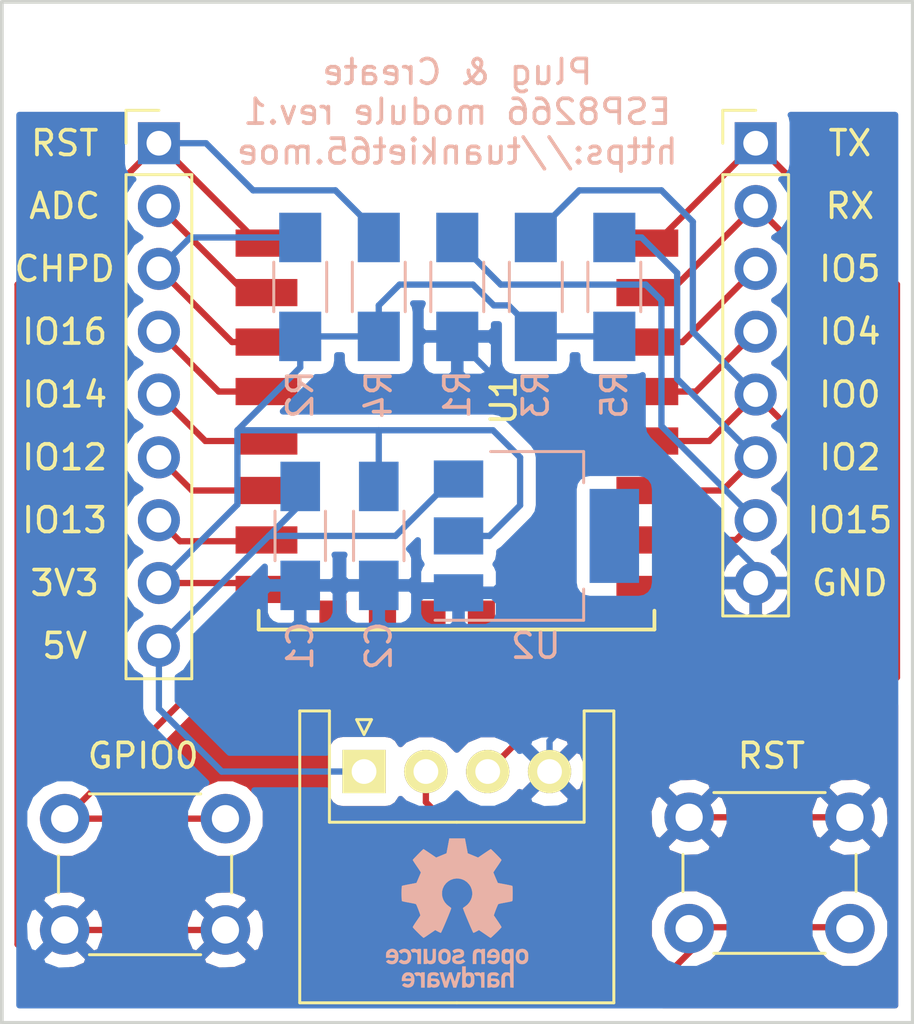
<source format=kicad_pcb>
(kicad_pcb (version 4) (host pcbnew 4.0.7)

  (general
    (links 45)
    (no_connects 0)
    (area 148.514999 95.174999 185.495001 137.74)
    (thickness 1.6)
    (drawings 24)
    (tracks 140)
    (zones 0)
    (modules 15)
    (nets 24)
  )

  (page A4)
  (layers
    (0 F.Cu signal)
    (31 B.Cu signal)
    (32 B.Adhes user hide)
    (33 F.Adhes user hide)
    (34 B.Paste user)
    (35 F.Paste user)
    (36 B.SilkS user)
    (37 F.SilkS user)
    (38 B.Mask user)
    (39 F.Mask user)
    (40 Dwgs.User user hide)
    (41 Cmts.User user hide)
    (42 Eco1.User user hide)
    (43 Eco2.User user hide)
    (44 Edge.Cuts user)
    (45 Margin user hide)
    (46 B.CrtYd user)
    (47 F.CrtYd user)
    (48 B.Fab user hide)
    (49 F.Fab user hide)
  )

  (setup
    (last_trace_width 0.254)
    (trace_clearance 0.2)
    (zone_clearance 0.508)
    (zone_45_only no)
    (trace_min 0.2)
    (segment_width 0.2)
    (edge_width 0.15)
    (via_size 0.6)
    (via_drill 0.4)
    (via_min_size 0.4)
    (via_min_drill 0.3)
    (uvia_size 0.3)
    (uvia_drill 0.1)
    (uvias_allowed no)
    (uvia_min_size 0.2)
    (uvia_min_drill 0.1)
    (pcb_text_width 0.3)
    (pcb_text_size 1.5 1.5)
    (mod_edge_width 0.15)
    (mod_text_size 1 1)
    (mod_text_width 0.15)
    (pad_size 1.524 1.524)
    (pad_drill 0.762)
    (pad_to_mask_clearance 0.2)
    (aux_axis_origin 148.59 136.525)
    (visible_elements 7FFFFF7F)
    (pcbplotparams
      (layerselection 0x010fc_80000001)
      (usegerberextensions true)
      (excludeedgelayer true)
      (linewidth 0.100000)
      (plotframeref false)
      (viasonmask false)
      (mode 1)
      (useauxorigin true)
      (hpglpennumber 1)
      (hpglpenspeed 20)
      (hpglpendiameter 15)
      (hpglpenoverlay 2)
      (psnegative false)
      (psa4output false)
      (plotreference true)
      (plotvalue false)
      (plotinvisibletext false)
      (padsonsilk false)
      (subtractmaskfromsilk true)
      (outputformat 1)
      (mirror false)
      (drillshape 0)
      (scaleselection 1)
      (outputdirectory ../gerber/esp8266/))
  )

  (net 0 "")
  (net 1 +5V)
  (net 2 GND)
  (net 3 +3V3)
  (net 4 /RX)
  (net 5 /TX)
  (net 6 /GPIO13)
  (net 7 /GPIO12)
  (net 8 /GPIO14)
  (net 9 /GPIO16)
  (net 10 /CH_PD)
  (net 11 /ADC)
  (net 12 /RST)
  (net 13 /GPIO15)
  (net 14 /GPIO2)
  (net 15 /GPIO0)
  (net 16 /GPIO4)
  (net 17 /GPIO5)
  (net 18 "Net-(U1-Pad17)")
  (net 19 "Net-(U1-Pad18)")
  (net 20 "Net-(U1-Pad19)")
  (net 21 "Net-(U1-Pad20)")
  (net 22 "Net-(U1-Pad21)")
  (net 23 "Net-(U1-Pad22)")

  (net_class Default "This is the default net class."
    (clearance 0.2)
    (trace_width 0.254)
    (via_dia 0.6)
    (via_drill 0.4)
    (uvia_dia 0.3)
    (uvia_drill 0.1)
    (add_net +3V3)
    (add_net +5V)
    (add_net /ADC)
    (add_net /CH_PD)
    (add_net /GPIO0)
    (add_net /GPIO12)
    (add_net /GPIO13)
    (add_net /GPIO14)
    (add_net /GPIO15)
    (add_net /GPIO16)
    (add_net /GPIO2)
    (add_net /GPIO4)
    (add_net /GPIO5)
    (add_net /RST)
    (add_net /RX)
    (add_net /TX)
    (add_net GND)
    (add_net "Net-(U1-Pad17)")
    (add_net "Net-(U1-Pad18)")
    (add_net "Net-(U1-Pad19)")
    (add_net "Net-(U1-Pad20)")
    (add_net "Net-(U1-Pad21)")
    (add_net "Net-(U1-Pad22)")
  )

  (module Symbols:OSHW-Logo_5.7x6mm_SilkScreen locked (layer B.Cu) (tedit 0) (tstamp 59DB2A32)
    (at 167.005 132.08 180)
    (descr "Open Source Hardware Logo")
    (tags "Logo OSHW")
    (attr virtual)
    (fp_text reference REF*** (at 0 0 180) (layer B.SilkS) hide
      (effects (font (size 1 1) (thickness 0.15)) (justify mirror))
    )
    (fp_text value OSHW-Logo_5.7x6mm_SilkScreen (at 0.75 0 180) (layer B.Fab) hide
      (effects (font (size 1 1) (thickness 0.15)) (justify mirror))
    )
    (fp_poly (pts (xy -1.908759 -1.469184) (xy -1.882247 -1.482282) (xy -1.849553 -1.505106) (xy -1.825725 -1.529996)
      (xy -1.809406 -1.561249) (xy -1.79924 -1.603166) (xy -1.793872 -1.660044) (xy -1.791944 -1.736184)
      (xy -1.791831 -1.768917) (xy -1.792161 -1.840656) (xy -1.793527 -1.891927) (xy -1.7965 -1.927404)
      (xy -1.801649 -1.951763) (xy -1.809543 -1.96968) (xy -1.817757 -1.981902) (xy -1.870187 -2.033905)
      (xy -1.93193 -2.065184) (xy -1.998536 -2.074592) (xy -2.065558 -2.06098) (xy -2.086792 -2.051354)
      (xy -2.137624 -2.024859) (xy -2.137624 -2.440052) (xy -2.100525 -2.420868) (xy -2.051643 -2.406025)
      (xy -1.991561 -2.402222) (xy -1.931564 -2.409243) (xy -1.886256 -2.425013) (xy -1.848675 -2.455047)
      (xy -1.816564 -2.498024) (xy -1.81415 -2.502436) (xy -1.803967 -2.523221) (xy -1.79653 -2.54417)
      (xy -1.791411 -2.569548) (xy -1.788181 -2.603618) (xy -1.786413 -2.650641) (xy -1.785677 -2.714882)
      (xy -1.785544 -2.787176) (xy -1.785544 -3.017822) (xy -1.923861 -3.017822) (xy -1.923861 -2.592533)
      (xy -1.962549 -2.559979) (xy -2.002738 -2.53394) (xy -2.040797 -2.529205) (xy -2.079066 -2.541389)
      (xy -2.099462 -2.55332) (xy -2.114642 -2.570313) (xy -2.125438 -2.595995) (xy -2.132683 -2.633991)
      (xy -2.137208 -2.687926) (xy -2.139844 -2.761425) (xy -2.140772 -2.810347) (xy -2.143911 -3.011535)
      (xy -2.209926 -3.015336) (xy -2.27594 -3.019136) (xy -2.27594 -1.77065) (xy -2.137624 -1.77065)
      (xy -2.134097 -1.840254) (xy -2.122215 -1.888569) (xy -2.10002 -1.918631) (xy -2.065559 -1.933471)
      (xy -2.030742 -1.936436) (xy -1.991329 -1.933028) (xy -1.965171 -1.919617) (xy -1.948814 -1.901896)
      (xy -1.935937 -1.882835) (xy -1.928272 -1.861601) (xy -1.924861 -1.831849) (xy -1.924749 -1.787236)
      (xy -1.925897 -1.74988) (xy -1.928532 -1.693604) (xy -1.932456 -1.656658) (xy -1.939063 -1.633223)
      (xy -1.949749 -1.61748) (xy -1.959833 -1.60838) (xy -2.00197 -1.588537) (xy -2.05184 -1.585332)
      (xy -2.080476 -1.592168) (xy -2.108828 -1.616464) (xy -2.127609 -1.663728) (xy -2.136712 -1.733624)
      (xy -2.137624 -1.77065) (xy -2.27594 -1.77065) (xy -2.27594 -1.458614) (xy -2.206782 -1.458614)
      (xy -2.16526 -1.460256) (xy -2.143838 -1.466087) (xy -2.137626 -1.477461) (xy -2.137624 -1.477798)
      (xy -2.134742 -1.488938) (xy -2.12203 -1.487673) (xy -2.096757 -1.475433) (xy -2.037869 -1.456707)
      (xy -1.971615 -1.454739) (xy -1.908759 -1.469184)) (layer B.SilkS) (width 0.01))
    (fp_poly (pts (xy -1.38421 -2.406555) (xy -1.325055 -2.422339) (xy -1.280023 -2.450948) (xy -1.248246 -2.488419)
      (xy -1.238366 -2.504411) (xy -1.231073 -2.521163) (xy -1.225974 -2.542592) (xy -1.222679 -2.572616)
      (xy -1.220797 -2.615154) (xy -1.219937 -2.674122) (xy -1.219707 -2.75344) (xy -1.219703 -2.774484)
      (xy -1.219703 -3.017822) (xy -1.280059 -3.017822) (xy -1.318557 -3.015126) (xy -1.347023 -3.008295)
      (xy -1.354155 -3.004083) (xy -1.373652 -2.996813) (xy -1.393566 -3.004083) (xy -1.426353 -3.01316)
      (xy -1.473978 -3.016813) (xy -1.526764 -3.015228) (xy -1.575036 -3.008589) (xy -1.603218 -3.000072)
      (xy -1.657753 -2.965063) (xy -1.691835 -2.916479) (xy -1.707157 -2.851882) (xy -1.707299 -2.850223)
      (xy -1.705955 -2.821566) (xy -1.584356 -2.821566) (xy -1.573726 -2.854161) (xy -1.55641 -2.872505)
      (xy -1.521652 -2.886379) (xy -1.475773 -2.891917) (xy -1.428988 -2.889191) (xy -1.391514 -2.878274)
      (xy -1.381015 -2.871269) (xy -1.362668 -2.838904) (xy -1.35802 -2.802111) (xy -1.35802 -2.753763)
      (xy -1.427582 -2.753763) (xy -1.493667 -2.75885) (xy -1.543764 -2.773263) (xy -1.574929 -2.795729)
      (xy -1.584356 -2.821566) (xy -1.705955 -2.821566) (xy -1.703987 -2.779647) (xy -1.68071 -2.723845)
      (xy -1.636948 -2.681647) (xy -1.630899 -2.677808) (xy -1.604907 -2.665309) (xy -1.572735 -2.65774)
      (xy -1.52776 -2.654061) (xy -1.474331 -2.653216) (xy -1.35802 -2.653169) (xy -1.35802 -2.604411)
      (xy -1.362953 -2.566581) (xy -1.375543 -2.541236) (xy -1.377017 -2.539887) (xy -1.405034 -2.5288)
      (xy -1.447326 -2.524503) (xy -1.494064 -2.526615) (xy -1.535418 -2.534756) (xy -1.559957 -2.546965)
      (xy -1.573253 -2.556746) (xy -1.587294 -2.558613) (xy -1.606671 -2.5506) (xy -1.635976 -2.530739)
      (xy -1.679803 -2.497063) (xy -1.683825 -2.493909) (xy -1.681764 -2.482236) (xy -1.664568 -2.462822)
      (xy -1.638433 -2.441248) (xy -1.609552 -2.423096) (xy -1.600478 -2.418809) (xy -1.56738 -2.410256)
      (xy -1.51888 -2.404155) (xy -1.464695 -2.401708) (xy -1.462161 -2.401703) (xy -1.38421 -2.406555)) (layer B.SilkS) (width 0.01))
    (fp_poly (pts (xy -0.993356 -2.40302) (xy -0.974539 -2.40866) (xy -0.968473 -2.421053) (xy -0.968218 -2.426647)
      (xy -0.967129 -2.44223) (xy -0.959632 -2.444676) (xy -0.939381 -2.433993) (xy -0.927351 -2.426694)
      (xy -0.8894 -2.411063) (xy -0.844072 -2.403334) (xy -0.796544 -2.40274) (xy -0.751995 -2.408513)
      (xy -0.715602 -2.419884) (xy -0.692543 -2.436088) (xy -0.687996 -2.456355) (xy -0.690291 -2.461843)
      (xy -0.70702 -2.484626) (xy -0.732963 -2.512647) (xy -0.737655 -2.517177) (xy -0.762383 -2.538005)
      (xy -0.783718 -2.544735) (xy -0.813555 -2.540038) (xy -0.825508 -2.536917) (xy -0.862705 -2.529421)
      (xy -0.888859 -2.532792) (xy -0.910946 -2.544681) (xy -0.931178 -2.560635) (xy -0.946079 -2.5807)
      (xy -0.956434 -2.608702) (xy -0.963029 -2.648467) (xy -0.966649 -2.703823) (xy -0.968078 -2.778594)
      (xy -0.968218 -2.82374) (xy -0.968218 -3.017822) (xy -1.09396 -3.017822) (xy -1.09396 -2.401683)
      (xy -1.031089 -2.401683) (xy -0.993356 -2.40302)) (layer B.SilkS) (width 0.01))
    (fp_poly (pts (xy -0.201188 -3.017822) (xy -0.270346 -3.017822) (xy -0.310488 -3.016645) (xy -0.331394 -3.011772)
      (xy -0.338922 -3.001186) (xy -0.339505 -2.994029) (xy -0.340774 -2.979676) (xy -0.348779 -2.976923)
      (xy -0.369815 -2.985771) (xy -0.386173 -2.994029) (xy -0.448977 -3.013597) (xy -0.517248 -3.014729)
      (xy -0.572752 -3.000135) (xy -0.624438 -2.964877) (xy -0.663838 -2.912835) (xy -0.685413 -2.85145)
      (xy -0.685962 -2.848018) (xy -0.689167 -2.810571) (xy -0.690761 -2.756813) (xy -0.690633 -2.716155)
      (xy -0.553279 -2.716155) (xy -0.550097 -2.770194) (xy -0.542859 -2.814735) (xy -0.53306 -2.839888)
      (xy -0.495989 -2.87426) (xy -0.451974 -2.886582) (xy -0.406584 -2.876618) (xy -0.367797 -2.846895)
      (xy -0.353108 -2.826905) (xy -0.344519 -2.80305) (xy -0.340496 -2.76823) (xy -0.339505 -2.71593)
      (xy -0.341278 -2.664139) (xy -0.345963 -2.618634) (xy -0.352603 -2.588181) (xy -0.35371 -2.585452)
      (xy -0.380491 -2.553) (xy -0.419579 -2.535183) (xy -0.463315 -2.532306) (xy -0.504038 -2.544674)
      (xy -0.534087 -2.572593) (xy -0.537204 -2.578148) (xy -0.546961 -2.612022) (xy -0.552277 -2.660728)
      (xy -0.553279 -2.716155) (xy -0.690633 -2.716155) (xy -0.690568 -2.69554) (xy -0.689664 -2.662563)
      (xy -0.683514 -2.580981) (xy -0.670733 -2.51973) (xy -0.649471 -2.474449) (xy -0.617878 -2.440779)
      (xy -0.587207 -2.421014) (xy -0.544354 -2.40712) (xy -0.491056 -2.402354) (xy -0.43648 -2.406236)
      (xy -0.389792 -2.418282) (xy -0.365124 -2.432693) (xy -0.339505 -2.455878) (xy -0.339505 -2.162773)
      (xy -0.201188 -2.162773) (xy -0.201188 -3.017822)) (layer B.SilkS) (width 0.01))
    (fp_poly (pts (xy 0.281524 -2.404237) (xy 0.331255 -2.407971) (xy 0.461291 -2.797773) (xy 0.481678 -2.728614)
      (xy 0.493946 -2.685874) (xy 0.510085 -2.628115) (xy 0.527512 -2.564625) (xy 0.536726 -2.53057)
      (xy 0.571388 -2.401683) (xy 0.714391 -2.401683) (xy 0.671646 -2.536857) (xy 0.650596 -2.603342)
      (xy 0.625167 -2.683539) (xy 0.59861 -2.767193) (xy 0.574902 -2.841782) (xy 0.520902 -3.011535)
      (xy 0.462598 -3.015328) (xy 0.404295 -3.019122) (xy 0.372679 -2.914734) (xy 0.353182 -2.849889)
      (xy 0.331904 -2.7784) (xy 0.313308 -2.715263) (xy 0.312574 -2.71275) (xy 0.298684 -2.669969)
      (xy 0.286429 -2.640779) (xy 0.277846 -2.629741) (xy 0.276082 -2.631018) (xy 0.269891 -2.64813)
      (xy 0.258128 -2.684787) (xy 0.242225 -2.736378) (xy 0.223614 -2.798294) (xy 0.213543 -2.832352)
      (xy 0.159007 -3.017822) (xy 0.043264 -3.017822) (xy -0.049263 -2.725471) (xy -0.075256 -2.643462)
      (xy -0.098934 -2.568987) (xy -0.11918 -2.505544) (xy -0.134874 -2.456632) (xy -0.144898 -2.425749)
      (xy -0.147945 -2.416726) (xy -0.145533 -2.407487) (xy -0.126592 -2.403441) (xy -0.087177 -2.403846)
      (xy -0.081007 -2.404152) (xy -0.007914 -2.407971) (xy 0.039957 -2.58401) (xy 0.057553 -2.648211)
      (xy 0.073277 -2.704649) (xy 0.085746 -2.748422) (xy 0.093574 -2.77463) (xy 0.09502 -2.778903)
      (xy 0.101014 -2.77399) (xy 0.113101 -2.748532) (xy 0.129893 -2.705997) (xy 0.150003 -2.64985)
      (xy 0.167003 -2.59913) (xy 0.231794 -2.400504) (xy 0.281524 -2.404237)) (layer B.SilkS) (width 0.01))
    (fp_poly (pts (xy 1.038411 -2.405417) (xy 1.091411 -2.41829) (xy 1.106731 -2.42511) (xy 1.136428 -2.442974)
      (xy 1.15922 -2.463093) (xy 1.176083 -2.488962) (xy 1.187998 -2.524073) (xy 1.195942 -2.57192)
      (xy 1.200894 -2.635996) (xy 1.203831 -2.719794) (xy 1.204947 -2.775768) (xy 1.209052 -3.017822)
      (xy 1.138932 -3.017822) (xy 1.096393 -3.016038) (xy 1.074476 -3.009942) (xy 1.068812 -2.999706)
      (xy 1.065821 -2.988637) (xy 1.052451 -2.990754) (xy 1.034233 -2.999629) (xy 0.988624 -3.013233)
      (xy 0.930007 -3.016899) (xy 0.868354 -3.010903) (xy 0.813638 -2.995521) (xy 0.80873 -2.993386)
      (xy 0.758723 -2.958255) (xy 0.725756 -2.909419) (xy 0.710587 -2.852333) (xy 0.711746 -2.831824)
      (xy 0.835508 -2.831824) (xy 0.846413 -2.859425) (xy 0.878745 -2.879204) (xy 0.93091 -2.889819)
      (xy 0.958787 -2.891228) (xy 1.005247 -2.88762) (xy 1.036129 -2.873597) (xy 1.043664 -2.866931)
      (xy 1.064076 -2.830666) (xy 1.068812 -2.797773) (xy 1.068812 -2.753763) (xy 1.007513 -2.753763)
      (xy 0.936256 -2.757395) (xy 0.886276 -2.768818) (xy 0.854696 -2.788824) (xy 0.847626 -2.797743)
      (xy 0.835508 -2.831824) (xy 0.711746 -2.831824) (xy 0.713971 -2.792456) (xy 0.736663 -2.735244)
      (xy 0.767624 -2.69658) (xy 0.786376 -2.679864) (xy 0.804733 -2.668878) (xy 0.828619 -2.66218)
      (xy 0.863957 -2.658326) (xy 0.916669 -2.655873) (xy 0.937577 -2.655168) (xy 1.068812 -2.650879)
      (xy 1.06862 -2.611158) (xy 1.063537 -2.569405) (xy 1.045162 -2.544158) (xy 1.008039 -2.52803)
      (xy 1.007043 -2.527742) (xy 0.95441 -2.5214) (xy 0.902906 -2.529684) (xy 0.86463 -2.549827)
      (xy 0.849272 -2.559773) (xy 0.83273 -2.558397) (xy 0.807275 -2.543987) (xy 0.792328 -2.533817)
      (xy 0.763091 -2.512088) (xy 0.74498 -2.4958) (xy 0.742074 -2.491137) (xy 0.75404 -2.467005)
      (xy 0.789396 -2.438185) (xy 0.804753 -2.428461) (xy 0.848901 -2.411714) (xy 0.908398 -2.402227)
      (xy 0.974487 -2.400095) (xy 1.038411 -2.405417)) (layer B.SilkS) (width 0.01))
    (fp_poly (pts (xy 1.635255 -2.401486) (xy 1.683595 -2.411015) (xy 1.711114 -2.425125) (xy 1.740064 -2.448568)
      (xy 1.698876 -2.500571) (xy 1.673482 -2.532064) (xy 1.656238 -2.547428) (xy 1.639102 -2.549776)
      (xy 1.614027 -2.542217) (xy 1.602257 -2.537941) (xy 1.55427 -2.531631) (xy 1.510324 -2.545156)
      (xy 1.47806 -2.57571) (xy 1.472819 -2.585452) (xy 1.467112 -2.611258) (xy 1.462706 -2.658817)
      (xy 1.459811 -2.724758) (xy 1.458631 -2.80571) (xy 1.458614 -2.817226) (xy 1.458614 -3.017822)
      (xy 1.320297 -3.017822) (xy 1.320297 -2.401683) (xy 1.389456 -2.401683) (xy 1.429333 -2.402725)
      (xy 1.450107 -2.407358) (xy 1.457789 -2.417849) (xy 1.458614 -2.427745) (xy 1.458614 -2.453806)
      (xy 1.491745 -2.427745) (xy 1.529735 -2.409965) (xy 1.58077 -2.401174) (xy 1.635255 -2.401486)) (layer B.SilkS) (width 0.01))
    (fp_poly (pts (xy 2.032581 -2.40497) (xy 2.092685 -2.420597) (xy 2.143021 -2.452848) (xy 2.167393 -2.47694)
      (xy 2.207345 -2.533895) (xy 2.230242 -2.599965) (xy 2.238108 -2.681182) (xy 2.238148 -2.687748)
      (xy 2.238218 -2.753763) (xy 1.858264 -2.753763) (xy 1.866363 -2.788342) (xy 1.880987 -2.819659)
      (xy 1.906581 -2.852291) (xy 1.911935 -2.8575) (xy 1.957943 -2.885694) (xy 2.01041 -2.890475)
      (xy 2.070803 -2.871926) (xy 2.08104 -2.866931) (xy 2.112439 -2.851745) (xy 2.13347 -2.843094)
      (xy 2.137139 -2.842293) (xy 2.149948 -2.850063) (xy 2.174378 -2.869072) (xy 2.186779 -2.87946)
      (xy 2.212476 -2.903321) (xy 2.220915 -2.919077) (xy 2.215058 -2.933571) (xy 2.211928 -2.937534)
      (xy 2.190725 -2.954879) (xy 2.155738 -2.975959) (xy 2.131337 -2.988265) (xy 2.062072 -3.009946)
      (xy 1.985388 -3.016971) (xy 1.912765 -3.008647) (xy 1.892426 -3.002686) (xy 1.829476 -2.968952)
      (xy 1.782815 -2.917045) (xy 1.752173 -2.846459) (xy 1.737282 -2.756692) (xy 1.735647 -2.709753)
      (xy 1.740421 -2.641413) (xy 1.86099 -2.641413) (xy 1.872652 -2.646465) (xy 1.903998 -2.650429)
      (xy 1.949571 -2.652768) (xy 1.980446 -2.653169) (xy 2.035981 -2.652783) (xy 2.071033 -2.650975)
      (xy 2.090262 -2.646773) (xy 2.09833 -2.639203) (xy 2.099901 -2.628218) (xy 2.089121 -2.594381)
      (xy 2.06198 -2.56094) (xy 2.026277 -2.535272) (xy 1.99056 -2.524772) (xy 1.942048 -2.534086)
      (xy 1.900053 -2.561013) (xy 1.870936 -2.599827) (xy 1.86099 -2.641413) (xy 1.740421 -2.641413)
      (xy 1.742599 -2.610236) (xy 1.764055 -2.530949) (xy 1.80047 -2.471263) (xy 1.852297 -2.430549)
      (xy 1.91999 -2.408179) (xy 1.956662 -2.403871) (xy 2.032581 -2.40497)) (layer B.SilkS) (width 0.01))
    (fp_poly (pts (xy -2.538261 -1.465148) (xy -2.472479 -1.494231) (xy -2.42254 -1.542793) (xy -2.388374 -1.610908)
      (xy -2.369907 -1.698651) (xy -2.368583 -1.712351) (xy -2.367546 -1.808939) (xy -2.380993 -1.893602)
      (xy -2.408108 -1.962221) (xy -2.422627 -1.984294) (xy -2.473201 -2.031011) (xy -2.537609 -2.061268)
      (xy -2.609666 -2.073824) (xy -2.683185 -2.067439) (xy -2.739072 -2.047772) (xy -2.787132 -2.014629)
      (xy -2.826412 -1.971175) (xy -2.827092 -1.970158) (xy -2.843044 -1.943338) (xy -2.85341 -1.916368)
      (xy -2.859688 -1.882332) (xy -2.863373 -1.83431) (xy -2.864997 -1.794931) (xy -2.865672 -1.759219)
      (xy -2.739955 -1.759219) (xy -2.738726 -1.79477) (xy -2.734266 -1.842094) (xy -2.726397 -1.872465)
      (xy -2.712207 -1.894072) (xy -2.698917 -1.906694) (xy -2.651802 -1.933122) (xy -2.602505 -1.936653)
      (xy -2.556593 -1.917639) (xy -2.533638 -1.896331) (xy -2.517096 -1.874859) (xy -2.507421 -1.854313)
      (xy -2.503174 -1.827574) (xy -2.50292 -1.787523) (xy -2.504228 -1.750638) (xy -2.507043 -1.697947)
      (xy -2.511505 -1.663772) (xy -2.519548 -1.64148) (xy -2.533103 -1.624442) (xy -2.543845 -1.614703)
      (xy -2.588777 -1.589123) (xy -2.637249 -1.587847) (xy -2.677894 -1.602999) (xy -2.712567 -1.634642)
      (xy -2.733224 -1.68662) (xy -2.739955 -1.759219) (xy -2.865672 -1.759219) (xy -2.866479 -1.716621)
      (xy -2.863948 -1.658056) (xy -2.856362 -1.614007) (xy -2.842681 -1.579248) (xy -2.821865 -1.548551)
      (xy -2.814147 -1.539436) (xy -2.765889 -1.494021) (xy -2.714128 -1.467493) (xy -2.650828 -1.456379)
      (xy -2.619961 -1.455471) (xy -2.538261 -1.465148)) (layer B.SilkS) (width 0.01))
    (fp_poly (pts (xy -1.356699 -1.472614) (xy -1.344168 -1.478514) (xy -1.300799 -1.510283) (xy -1.25979 -1.556646)
      (xy -1.229168 -1.607696) (xy -1.220459 -1.631166) (xy -1.212512 -1.673091) (xy -1.207774 -1.723757)
      (xy -1.207199 -1.744679) (xy -1.207129 -1.810693) (xy -1.587083 -1.810693) (xy -1.578983 -1.845273)
      (xy -1.559104 -1.88617) (xy -1.524347 -1.921514) (xy -1.482998 -1.944282) (xy -1.456649 -1.94901)
      (xy -1.420916 -1.943273) (xy -1.378282 -1.928882) (xy -1.363799 -1.922262) (xy -1.31024 -1.895513)
      (xy -1.264533 -1.930376) (xy -1.238158 -1.953955) (xy -1.224124 -1.973417) (xy -1.223414 -1.979129)
      (xy -1.235951 -1.992973) (xy -1.263428 -2.014012) (xy -1.288366 -2.030425) (xy -1.355664 -2.05993)
      (xy -1.43111 -2.073284) (xy -1.505888 -2.069812) (xy -1.565495 -2.051663) (xy -1.626941 -2.012784)
      (xy -1.670608 -1.961595) (xy -1.697926 -1.895367) (xy -1.710322 -1.811371) (xy -1.711421 -1.772936)
      (xy -1.707022 -1.684861) (xy -1.706482 -1.682299) (xy -1.580582 -1.682299) (xy -1.577115 -1.690558)
      (xy -1.562863 -1.695113) (xy -1.53347 -1.697065) (xy -1.484575 -1.697517) (xy -1.465748 -1.697525)
      (xy -1.408467 -1.696843) (xy -1.372141 -1.694364) (xy -1.352604 -1.689443) (xy -1.34569 -1.681434)
      (xy -1.345445 -1.678862) (xy -1.353336 -1.658423) (xy -1.373085 -1.629789) (xy -1.381575 -1.619763)
      (xy -1.413094 -1.591408) (xy -1.445949 -1.580259) (xy -1.463651 -1.579327) (xy -1.511539 -1.590981)
      (xy -1.551699 -1.622285) (xy -1.577173 -1.667752) (xy -1.577625 -1.669233) (xy -1.580582 -1.682299)
      (xy -1.706482 -1.682299) (xy -1.692392 -1.61551) (xy -1.666038 -1.560025) (xy -1.633807 -1.520639)
      (xy -1.574217 -1.477931) (xy -1.504168 -1.455109) (xy -1.429661 -1.453046) (xy -1.356699 -1.472614)) (layer B.SilkS) (width 0.01))
    (fp_poly (pts (xy 0.014017 -1.456452) (xy 0.061634 -1.465482) (xy 0.111034 -1.48437) (xy 0.116312 -1.486777)
      (xy 0.153774 -1.506476) (xy 0.179717 -1.524781) (xy 0.188103 -1.536508) (xy 0.180117 -1.555632)
      (xy 0.16072 -1.58385) (xy 0.15211 -1.594384) (xy 0.116628 -1.635847) (xy 0.070885 -1.608858)
      (xy 0.02735 -1.590878) (xy -0.02295 -1.581267) (xy -0.071188 -1.58066) (xy -0.108533 -1.589691)
      (xy -0.117495 -1.595327) (xy -0.134563 -1.621171) (xy -0.136637 -1.650941) (xy -0.123866 -1.674197)
      (xy -0.116312 -1.678708) (xy -0.093675 -1.684309) (xy -0.053885 -1.690892) (xy -0.004834 -1.697183)
      (xy 0.004215 -1.69817) (xy 0.082996 -1.711798) (xy 0.140136 -1.734946) (xy 0.17803 -1.769752)
      (xy 0.199079 -1.818354) (xy 0.205635 -1.877718) (xy 0.196577 -1.945198) (xy 0.167164 -1.998188)
      (xy 0.117278 -2.036783) (xy 0.0468 -2.061081) (xy -0.031435 -2.070667) (xy -0.095234 -2.070552)
      (xy -0.146984 -2.061845) (xy -0.182327 -2.049825) (xy -0.226983 -2.02888) (xy -0.268253 -2.004574)
      (xy -0.282921 -1.993876) (xy -0.320643 -1.963084) (xy -0.275148 -1.917049) (xy -0.229653 -1.871013)
      (xy -0.177928 -1.905243) (xy -0.126048 -1.930952) (xy -0.070649 -1.944399) (xy -0.017395 -1.945818)
      (xy 0.028049 -1.935443) (xy 0.060016 -1.913507) (xy 0.070338 -1.894998) (xy 0.068789 -1.865314)
      (xy 0.04314 -1.842615) (xy -0.00654 -1.82694) (xy -0.060969 -1.819695) (xy -0.144736 -1.805873)
      (xy -0.206967 -1.779796) (xy -0.248493 -1.740699) (xy -0.270147 -1.68782) (xy -0.273147 -1.625126)
      (xy -0.258329 -1.559642) (xy -0.224546 -1.510144) (xy -0.171495 -1.476408) (xy -0.098874 -1.458207)
      (xy -0.045072 -1.454639) (xy 0.014017 -1.456452)) (layer B.SilkS) (width 0.01))
    (fp_poly (pts (xy 0.610762 -1.466055) (xy 0.674363 -1.500692) (xy 0.724123 -1.555372) (xy 0.747568 -1.599842)
      (xy 0.757634 -1.639121) (xy 0.764156 -1.695116) (xy 0.766951 -1.759621) (xy 0.765836 -1.824429)
      (xy 0.760626 -1.881334) (xy 0.754541 -1.911727) (xy 0.734014 -1.953306) (xy 0.698463 -1.997468)
      (xy 0.655619 -2.036087) (xy 0.613211 -2.061034) (xy 0.612177 -2.06143) (xy 0.559553 -2.072331)
      (xy 0.497188 -2.072601) (xy 0.437924 -2.062676) (xy 0.41504 -2.054722) (xy 0.356102 -2.0213)
      (xy 0.31389 -1.977511) (xy 0.286156 -1.919538) (xy 0.270651 -1.843565) (xy 0.267143 -1.803771)
      (xy 0.26759 -1.753766) (xy 0.402376 -1.753766) (xy 0.406917 -1.826732) (xy 0.419986 -1.882334)
      (xy 0.440756 -1.917861) (xy 0.455552 -1.92802) (xy 0.493464 -1.935104) (xy 0.538527 -1.933007)
      (xy 0.577487 -1.922812) (xy 0.587704 -1.917204) (xy 0.614659 -1.884538) (xy 0.632451 -1.834545)
      (xy 0.640024 -1.773705) (xy 0.636325 -1.708497) (xy 0.628057 -1.669253) (xy 0.60432 -1.623805)
      (xy 0.566849 -1.595396) (xy 0.52172 -1.585573) (xy 0.475011 -1.595887) (xy 0.439132 -1.621112)
      (xy 0.420277 -1.641925) (xy 0.409272 -1.662439) (xy 0.404026 -1.690203) (xy 0.402449 -1.732762)
      (xy 0.402376 -1.753766) (xy 0.26759 -1.753766) (xy 0.268094 -1.69758) (xy 0.285388 -1.610501)
      (xy 0.319029 -1.54253) (xy 0.369018 -1.493664) (xy 0.435356 -1.463899) (xy 0.449601 -1.460448)
      (xy 0.53521 -1.452345) (xy 0.610762 -1.466055)) (layer B.SilkS) (width 0.01))
    (fp_poly (pts (xy 0.993367 -1.654342) (xy 0.994555 -1.746563) (xy 0.998897 -1.81661) (xy 1.007558 -1.867381)
      (xy 1.021704 -1.901772) (xy 1.0425 -1.922679) (xy 1.07111 -1.933) (xy 1.106535 -1.935636)
      (xy 1.143636 -1.932682) (xy 1.171818 -1.921889) (xy 1.192243 -1.90036) (xy 1.206079 -1.865199)
      (xy 1.214491 -1.81351) (xy 1.218643 -1.742394) (xy 1.219703 -1.654342) (xy 1.219703 -1.458614)
      (xy 1.35802 -1.458614) (xy 1.35802 -2.062179) (xy 1.288862 -2.062179) (xy 1.24717 -2.060489)
      (xy 1.225701 -2.054556) (xy 1.219703 -2.043293) (xy 1.216091 -2.033261) (xy 1.201714 -2.035383)
      (xy 1.172736 -2.04958) (xy 1.106319 -2.07148) (xy 1.035875 -2.069928) (xy 0.968377 -2.046147)
      (xy 0.936233 -2.027362) (xy 0.911715 -2.007022) (xy 0.893804 -1.981573) (xy 0.881479 -1.947458)
      (xy 0.873723 -1.901121) (xy 0.869516 -1.839007) (xy 0.86784 -1.757561) (xy 0.867624 -1.694578)
      (xy 0.867624 -1.458614) (xy 0.993367 -1.458614) (xy 0.993367 -1.654342)) (layer B.SilkS) (width 0.01))
    (fp_poly (pts (xy 2.217226 -1.46388) (xy 2.29008 -1.49483) (xy 2.313027 -1.509895) (xy 2.342354 -1.533048)
      (xy 2.360764 -1.551253) (xy 2.363961 -1.557183) (xy 2.354935 -1.57034) (xy 2.331837 -1.592667)
      (xy 2.313344 -1.60825) (xy 2.262728 -1.648926) (xy 2.22276 -1.615295) (xy 2.191874 -1.593584)
      (xy 2.161759 -1.58609) (xy 2.127292 -1.58792) (xy 2.072561 -1.601528) (xy 2.034886 -1.629772)
      (xy 2.011991 -1.675433) (xy 2.001597 -1.741289) (xy 2.001595 -1.741331) (xy 2.002494 -1.814939)
      (xy 2.016463 -1.868946) (xy 2.044328 -1.905716) (xy 2.063325 -1.918168) (xy 2.113776 -1.933673)
      (xy 2.167663 -1.933683) (xy 2.214546 -1.918638) (xy 2.225644 -1.911287) (xy 2.253476 -1.892511)
      (xy 2.275236 -1.889434) (xy 2.298704 -1.903409) (xy 2.324649 -1.92851) (xy 2.365716 -1.97088)
      (xy 2.320121 -2.008464) (xy 2.249674 -2.050882) (xy 2.170233 -2.071785) (xy 2.087215 -2.070272)
      (xy 2.032694 -2.056411) (xy 1.96897 -2.022135) (xy 1.918005 -1.968212) (xy 1.894851 -1.930149)
      (xy 1.876099 -1.875536) (xy 1.866715 -1.806369) (xy 1.866643 -1.731407) (xy 1.875824 -1.659409)
      (xy 1.894199 -1.599137) (xy 1.897093 -1.592958) (xy 1.939952 -1.532351) (xy 1.997979 -1.488224)
      (xy 2.066591 -1.461493) (xy 2.141201 -1.453073) (xy 2.217226 -1.46388)) (layer B.SilkS) (width 0.01))
    (fp_poly (pts (xy 2.677898 -1.456457) (xy 2.710096 -1.464279) (xy 2.771825 -1.492921) (xy 2.82461 -1.536667)
      (xy 2.861141 -1.589117) (xy 2.86616 -1.600893) (xy 2.873045 -1.63174) (xy 2.877864 -1.677371)
      (xy 2.879505 -1.723492) (xy 2.879505 -1.810693) (xy 2.697178 -1.810693) (xy 2.621979 -1.810978)
      (xy 2.569003 -1.812704) (xy 2.535325 -1.817181) (xy 2.51802 -1.82572) (xy 2.514163 -1.83963)
      (xy 2.520829 -1.860222) (xy 2.53277 -1.884315) (xy 2.56608 -1.924525) (xy 2.612368 -1.944558)
      (xy 2.668944 -1.943905) (xy 2.733031 -1.922101) (xy 2.788417 -1.895193) (xy 2.834375 -1.931532)
      (xy 2.880333 -1.967872) (xy 2.837096 -2.007819) (xy 2.779374 -2.045563) (xy 2.708386 -2.06832)
      (xy 2.632029 -2.074688) (xy 2.558199 -2.063268) (xy 2.546287 -2.059393) (xy 2.481399 -2.025506)
      (xy 2.43313 -1.974986) (xy 2.400465 -1.906325) (xy 2.382385 -1.818014) (xy 2.382175 -1.816121)
      (xy 2.380556 -1.719878) (xy 2.3871 -1.685542) (xy 2.514852 -1.685542) (xy 2.526584 -1.690822)
      (xy 2.558438 -1.694867) (xy 2.605397 -1.697176) (xy 2.635154 -1.697525) (xy 2.690648 -1.697306)
      (xy 2.725346 -1.695916) (xy 2.743601 -1.692251) (xy 2.749766 -1.68521) (xy 2.748195 -1.67369)
      (xy 2.746878 -1.669233) (xy 2.724382 -1.627355) (xy 2.689003 -1.593604) (xy 2.65778 -1.578773)
      (xy 2.616301 -1.579668) (xy 2.574269 -1.598164) (xy 2.539012 -1.628786) (xy 2.517854 -1.666062)
      (xy 2.514852 -1.685542) (xy 2.3871 -1.685542) (xy 2.39669 -1.635229) (xy 2.428698 -1.564191)
      (xy 2.474701 -1.508779) (xy 2.532821 -1.471009) (xy 2.60118 -1.452896) (xy 2.677898 -1.456457)) (layer B.SilkS) (width 0.01))
    (fp_poly (pts (xy -0.754012 -1.469002) (xy -0.722717 -1.48395) (xy -0.692409 -1.505541) (xy -0.669318 -1.530391)
      (xy -0.6525 -1.562087) (xy -0.641006 -1.604214) (xy -0.633891 -1.660358) (xy -0.630207 -1.734106)
      (xy -0.629008 -1.829044) (xy -0.628989 -1.838985) (xy -0.628713 -2.062179) (xy -0.76703 -2.062179)
      (xy -0.76703 -1.856418) (xy -0.767128 -1.780189) (xy -0.767809 -1.724939) (xy -0.769651 -1.686501)
      (xy -0.773233 -1.660706) (xy -0.779132 -1.643384) (xy -0.787927 -1.630368) (xy -0.80018 -1.617507)
      (xy -0.843047 -1.589873) (xy -0.889843 -1.584745) (xy -0.934424 -1.602217) (xy -0.949928 -1.615221)
      (xy -0.96131 -1.627447) (xy -0.969481 -1.64054) (xy -0.974974 -1.658615) (xy -0.97832 -1.685787)
      (xy -0.980051 -1.72617) (xy -0.980697 -1.783879) (xy -0.980792 -1.854132) (xy -0.980792 -2.062179)
      (xy -1.119109 -2.062179) (xy -1.119109 -1.458614) (xy -1.04995 -1.458614) (xy -1.008428 -1.460256)
      (xy -0.987006 -1.466087) (xy -0.980795 -1.477461) (xy -0.980792 -1.477798) (xy -0.97791 -1.488938)
      (xy -0.965199 -1.487674) (xy -0.939926 -1.475434) (xy -0.882605 -1.457424) (xy -0.817037 -1.455421)
      (xy -0.754012 -1.469002)) (layer B.SilkS) (width 0.01))
    (fp_poly (pts (xy 1.79946 -1.45803) (xy 1.842711 -1.471245) (xy 1.870558 -1.487941) (xy 1.879629 -1.501145)
      (xy 1.877132 -1.516797) (xy 1.860931 -1.541385) (xy 1.847232 -1.5588) (xy 1.818992 -1.590283)
      (xy 1.797775 -1.603529) (xy 1.779688 -1.602664) (xy 1.726035 -1.58901) (xy 1.68663 -1.58963)
      (xy 1.654632 -1.605104) (xy 1.64389 -1.614161) (xy 1.609505 -1.646027) (xy 1.609505 -2.062179)
      (xy 1.471188 -2.062179) (xy 1.471188 -1.458614) (xy 1.540347 -1.458614) (xy 1.581869 -1.460256)
      (xy 1.603291 -1.466087) (xy 1.609502 -1.477461) (xy 1.609505 -1.477798) (xy 1.612439 -1.489713)
      (xy 1.625704 -1.488159) (xy 1.644084 -1.479563) (xy 1.682046 -1.463568) (xy 1.712872 -1.453945)
      (xy 1.752536 -1.451478) (xy 1.79946 -1.45803)) (layer B.SilkS) (width 0.01))
    (fp_poly (pts (xy 0.376964 2.709982) (xy 0.433812 2.40843) (xy 0.853338 2.235488) (xy 1.104984 2.406605)
      (xy 1.175458 2.45425) (xy 1.239163 2.49679) (xy 1.293126 2.532285) (xy 1.334373 2.55879)
      (xy 1.359934 2.574364) (xy 1.366895 2.577722) (xy 1.379435 2.569086) (xy 1.406231 2.545208)
      (xy 1.44428 2.509141) (xy 1.490579 2.463933) (xy 1.542123 2.412636) (xy 1.595909 2.358299)
      (xy 1.648935 2.303972) (xy 1.698195 2.252705) (xy 1.740687 2.207549) (xy 1.773407 2.171554)
      (xy 1.793351 2.14777) (xy 1.798119 2.13981) (xy 1.791257 2.125135) (xy 1.77202 2.092986)
      (xy 1.74243 2.046508) (xy 1.70451 1.988844) (xy 1.660282 1.92314) (xy 1.634654 1.885664)
      (xy 1.587941 1.817232) (xy 1.546432 1.75548) (xy 1.51214 1.703481) (xy 1.48708 1.664308)
      (xy 1.473264 1.641035) (xy 1.471188 1.636145) (xy 1.475895 1.622245) (xy 1.488723 1.58985)
      (xy 1.507738 1.543515) (xy 1.531003 1.487794) (xy 1.556584 1.427242) (xy 1.582545 1.366414)
      (xy 1.60695 1.309864) (xy 1.627863 1.262148) (xy 1.643349 1.227819) (xy 1.651472 1.211432)
      (xy 1.651952 1.210788) (xy 1.664707 1.207659) (xy 1.698677 1.200679) (xy 1.75034 1.190533)
      (xy 1.816176 1.177908) (xy 1.892664 1.163491) (xy 1.93729 1.155177) (xy 2.019021 1.139616)
      (xy 2.092843 1.124808) (xy 2.155021 1.111564) (xy 2.201822 1.100695) (xy 2.229509 1.093011)
      (xy 2.235074 1.090573) (xy 2.240526 1.07407) (xy 2.244924 1.0368) (xy 2.248272 0.98312)
      (xy 2.250574 0.917388) (xy 2.251832 0.843963) (xy 2.252048 0.767204) (xy 2.251227 0.691468)
      (xy 2.249371 0.621114) (xy 2.246482 0.5605) (xy 2.242565 0.513984) (xy 2.237622 0.485925)
      (xy 2.234657 0.480084) (xy 2.216934 0.473083) (xy 2.179381 0.463073) (xy 2.126964 0.451231)
      (xy 2.064652 0.438733) (xy 2.0429 0.43469) (xy 1.938024 0.41548) (xy 1.85518 0.400009)
      (xy 1.79163 0.387663) (xy 1.744637 0.377827) (xy 1.711463 0.369886) (xy 1.689371 0.363224)
      (xy 1.675624 0.357227) (xy 1.667484 0.351281) (xy 1.666345 0.350106) (xy 1.654977 0.331174)
      (xy 1.637635 0.294331) (xy 1.61605 0.244087) (xy 1.591954 0.184954) (xy 1.567079 0.121444)
      (xy 1.543157 0.058068) (xy 1.521919 -0.000662) (xy 1.505097 -0.050235) (xy 1.494422 -0.086139)
      (xy 1.491627 -0.103862) (xy 1.49186 -0.104483) (xy 1.501331 -0.11897) (xy 1.522818 -0.150844)
      (xy 1.554063 -0.196789) (xy 1.592807 -0.253485) (xy 1.636793 -0.317617) (xy 1.649319 -0.335842)
      (xy 1.693984 -0.401914) (xy 1.733288 -0.4622) (xy 1.765088 -0.513235) (xy 1.787245 -0.55156)
      (xy 1.797617 -0.573711) (xy 1.798119 -0.576432) (xy 1.789405 -0.590736) (xy 1.765325 -0.619072)
      (xy 1.728976 -0.658396) (xy 1.683453 -0.705661) (xy 1.631852 -0.757823) (xy 1.577267 -0.811835)
      (xy 1.522794 -0.864653) (xy 1.471529 -0.913231) (xy 1.426567 -0.954523) (xy 1.391004 -0.985485)
      (xy 1.367935 -1.00307) (xy 1.361554 -1.005941) (xy 1.346699 -0.999178) (xy 1.316286 -0.980939)
      (xy 1.275268 -0.954297) (xy 1.243709 -0.932852) (xy 1.186525 -0.893503) (xy 1.118806 -0.847171)
      (xy 1.05088 -0.800913) (xy 1.014361 -0.776155) (xy 0.890752 -0.692547) (xy 0.786991 -0.74865)
      (xy 0.73972 -0.773228) (xy 0.699523 -0.792331) (xy 0.672326 -0.803227) (xy 0.665402 -0.804743)
      (xy 0.657077 -0.793549) (xy 0.640654 -0.761917) (xy 0.617357 -0.712765) (xy 0.588414 -0.64901)
      (xy 0.55505 -0.573571) (xy 0.518491 -0.489364) (xy 0.479964 -0.399308) (xy 0.440694 -0.306321)
      (xy 0.401908 -0.21332) (xy 0.36483 -0.123223) (xy 0.330689 -0.038948) (xy 0.300708 0.036587)
      (xy 0.276116 0.100466) (xy 0.258136 0.149769) (xy 0.247997 0.181579) (xy 0.246366 0.192504)
      (xy 0.259291 0.206439) (xy 0.287589 0.22906) (xy 0.325346 0.255667) (xy 0.328515 0.257772)
      (xy 0.4261 0.335886) (xy 0.504786 0.427018) (xy 0.563891 0.528255) (xy 0.602732 0.636682)
      (xy 0.620628 0.749386) (xy 0.616897 0.863452) (xy 0.590857 0.975966) (xy 0.541825 1.084015)
      (xy 0.5274 1.107655) (xy 0.452369 1.203113) (xy 0.36373 1.279768) (xy 0.264549 1.33722)
      (xy 0.157895 1.375071) (xy 0.046836 1.392922) (xy -0.065561 1.390375) (xy -0.176227 1.36703)
      (xy -0.282094 1.32249) (xy -0.380095 1.256355) (xy -0.41041 1.229513) (xy -0.487562 1.145488)
      (xy -0.543782 1.057034) (xy -0.582347 0.957885) (xy -0.603826 0.859697) (xy -0.609128 0.749303)
      (xy -0.591448 0.63836) (xy -0.552581 0.530619) (xy -0.494323 0.429831) (xy -0.418469 0.339744)
      (xy -0.326817 0.264108) (xy -0.314772 0.256136) (xy -0.276611 0.230026) (xy -0.247601 0.207405)
      (xy -0.233732 0.192961) (xy -0.233531 0.192504) (xy -0.236508 0.176879) (xy -0.248311 0.141418)
      (xy -0.267714 0.089038) (xy -0.293488 0.022655) (xy -0.324409 -0.054814) (xy -0.359249 -0.14045)
      (xy -0.396783 -0.231337) (xy -0.435783 -0.324559) (xy -0.475023 -0.417197) (xy -0.513276 -0.506335)
      (xy -0.549317 -0.589055) (xy -0.581917 -0.662441) (xy -0.609852 -0.723575) (xy -0.631895 -0.769541)
      (xy -0.646818 -0.797421) (xy -0.652828 -0.804743) (xy -0.671191 -0.799041) (xy -0.705552 -0.783749)
      (xy -0.749984 -0.761599) (xy -0.774417 -0.74865) (xy -0.878178 -0.692547) (xy -1.001787 -0.776155)
      (xy -1.064886 -0.818987) (xy -1.13397 -0.866122) (xy -1.198707 -0.910503) (xy -1.231134 -0.932852)
      (xy -1.276741 -0.963477) (xy -1.31536 -0.987747) (xy -1.341952 -1.002587) (xy -1.35059 -1.005724)
      (xy -1.363161 -0.997261) (xy -1.390984 -0.973636) (xy -1.431361 -0.937302) (xy -1.481595 -0.890711)
      (xy -1.538988 -0.836317) (xy -1.575286 -0.801392) (xy -1.63879 -0.738996) (xy -1.693673 -0.683188)
      (xy -1.737714 -0.636354) (xy -1.768695 -0.600882) (xy -1.784398 -0.579161) (xy -1.785905 -0.574752)
      (xy -1.778914 -0.557985) (xy -1.759594 -0.524082) (xy -1.730091 -0.476476) (xy -1.692545 -0.418599)
      (xy -1.6491 -0.353884) (xy -1.636745 -0.335842) (xy -1.591727 -0.270267) (xy -1.55134 -0.211228)
      (xy -1.51784 -0.162042) (xy -1.493486 -0.126028) (xy -1.480536 -0.106502) (xy -1.479285 -0.104483)
      (xy -1.481156 -0.088922) (xy -1.491087 -0.054709) (xy -1.507347 -0.006355) (xy -1.528205 0.051629)
      (xy -1.551927 0.11473) (xy -1.576784 0.178437) (xy -1.601042 0.238239) (xy -1.622971 0.289624)
      (xy -1.640838 0.328081) (xy -1.652913 0.349098) (xy -1.653771 0.350106) (xy -1.661154 0.356112)
      (xy -1.673625 0.362052) (xy -1.69392 0.36854) (xy -1.724778 0.376191) (xy -1.768934 0.38562)
      (xy -1.829126 0.397441) (xy -1.908093 0.412271) (xy -2.00857 0.430723) (xy -2.030325 0.43469)
      (xy -2.094802 0.447147) (xy -2.151011 0.459334) (xy -2.193987 0.470074) (xy -2.21876 0.478191)
      (xy -2.222082 0.480084) (xy -2.227556 0.496862) (xy -2.232006 0.534355) (xy -2.235428 0.588206)
      (xy -2.237819 0.654056) (xy -2.239177 0.727547) (xy -2.239499 0.80432) (xy -2.238781 0.880017)
      (xy -2.237021 0.95028) (xy -2.234216 1.01075) (xy -2.230362 1.05707) (xy -2.225457 1.084881)
      (xy -2.2225 1.090573) (xy -2.206037 1.096314) (xy -2.168551 1.105655) (xy -2.113775 1.117785)
      (xy -2.045445 1.131893) (xy -1.967294 1.14717) (xy -1.924716 1.155177) (xy -1.843929 1.170279)
      (xy -1.771887 1.18396) (xy -1.712111 1.195533) (xy -1.668121 1.204313) (xy -1.643439 1.209613)
      (xy -1.639377 1.210788) (xy -1.632511 1.224035) (xy -1.617998 1.255943) (xy -1.597771 1.301953)
      (xy -1.573766 1.357508) (xy -1.547918 1.418047) (xy -1.52216 1.479014) (xy -1.498427 1.535849)
      (xy -1.478654 1.583994) (xy -1.464776 1.61889) (xy -1.458726 1.635979) (xy -1.458614 1.636726)
      (xy -1.465472 1.650207) (xy -1.484698 1.68123) (xy -1.514272 1.726711) (xy -1.552173 1.783568)
      (xy -1.59638 1.848717) (xy -1.622079 1.886138) (xy -1.668907 1.954753) (xy -1.710499 2.017048)
      (xy -1.744825 2.069871) (xy -1.769857 2.110073) (xy -1.783565 2.1345) (xy -1.785544 2.139976)
      (xy -1.777034 2.152722) (xy -1.753507 2.179937) (xy -1.717968 2.218572) (xy -1.673423 2.265577)
      (xy -1.622877 2.317905) (xy -1.569336 2.372505) (xy -1.515805 2.42633) (xy -1.465289 2.47633)
      (xy -1.420794 2.519457) (xy -1.385325 2.552661) (xy -1.361887 2.572894) (xy -1.354046 2.577722)
      (xy -1.34128 2.570933) (xy -1.310744 2.551858) (xy -1.26541 2.522439) (xy -1.208244 2.484619)
      (xy -1.142216 2.440339) (xy -1.09241 2.406605) (xy -0.840764 2.235488) (xy -0.631001 2.321959)
      (xy -0.421237 2.40843) (xy -0.364389 2.709982) (xy -0.30754 3.011534) (xy 0.320115 3.011534)
      (xy 0.376964 2.709982)) (layer B.SilkS) (width 0.01))
  )

  (module Capacitors_SMD:C_1206_HandSoldering (layer B.Cu) (tedit 58AA84D1) (tstamp 59C68078)
    (at 160.655 116.84 270)
    (descr "Capacitor SMD 1206, hand soldering")
    (tags "capacitor 1206")
    (path /59C85CCE)
    (attr smd)
    (fp_text reference C1 (at 4.445 0 270) (layer B.SilkS)
      (effects (font (size 1 1) (thickness 0.15)) (justify mirror))
    )
    (fp_text value 100n (at 0 -2 270) (layer B.Fab)
      (effects (font (size 1 1) (thickness 0.15)) (justify mirror))
    )
    (fp_text user %R (at 4.54 0 270) (layer B.Fab)
      (effects (font (size 1 1) (thickness 0.15)) (justify mirror))
    )
    (fp_line (start -1.6 -0.8) (end -1.6 0.8) (layer B.Fab) (width 0.1))
    (fp_line (start 1.6 -0.8) (end -1.6 -0.8) (layer B.Fab) (width 0.1))
    (fp_line (start 1.6 0.8) (end 1.6 -0.8) (layer B.Fab) (width 0.1))
    (fp_line (start -1.6 0.8) (end 1.6 0.8) (layer B.Fab) (width 0.1))
    (fp_line (start 1 1.02) (end -1 1.02) (layer B.SilkS) (width 0.12))
    (fp_line (start -1 -1.02) (end 1 -1.02) (layer B.SilkS) (width 0.12))
    (fp_line (start -3.25 1.05) (end 3.25 1.05) (layer B.CrtYd) (width 0.05))
    (fp_line (start -3.25 1.05) (end -3.25 -1.05) (layer B.CrtYd) (width 0.05))
    (fp_line (start 3.25 -1.05) (end 3.25 1.05) (layer B.CrtYd) (width 0.05))
    (fp_line (start 3.25 -1.05) (end -3.25 -1.05) (layer B.CrtYd) (width 0.05))
    (pad 1 smd rect (at -2 0 270) (size 2 1.6) (layers B.Cu B.Paste B.Mask)
      (net 1 +5V))
    (pad 2 smd rect (at 2 0 270) (size 2 1.6) (layers B.Cu B.Paste B.Mask)
      (net 2 GND))
    (model Capacitors_SMD.3dshapes/C_1206.wrl
      (at (xyz 0 0 0))
      (scale (xyz 1 1 1))
      (rotate (xyz 0 0 0))
    )
  )

  (module Capacitors_SMD:C_1206_HandSoldering (layer B.Cu) (tedit 58AA84D1) (tstamp 59C6807E)
    (at 163.83 116.84 270)
    (descr "Capacitor SMD 1206, hand soldering")
    (tags "capacitor 1206")
    (path /59C85CE9)
    (attr smd)
    (fp_text reference C2 (at 4.445 0 270) (layer B.SilkS)
      (effects (font (size 1 1) (thickness 0.15)) (justify mirror))
    )
    (fp_text value 10u (at 0 -2 270) (layer B.Fab)
      (effects (font (size 1 1) (thickness 0.15)) (justify mirror))
    )
    (fp_text user %R (at 4.54 0 270) (layer B.Fab)
      (effects (font (size 1 1) (thickness 0.15)) (justify mirror))
    )
    (fp_line (start -1.6 -0.8) (end -1.6 0.8) (layer B.Fab) (width 0.1))
    (fp_line (start 1.6 -0.8) (end -1.6 -0.8) (layer B.Fab) (width 0.1))
    (fp_line (start 1.6 0.8) (end 1.6 -0.8) (layer B.Fab) (width 0.1))
    (fp_line (start -1.6 0.8) (end 1.6 0.8) (layer B.Fab) (width 0.1))
    (fp_line (start 1 1.02) (end -1 1.02) (layer B.SilkS) (width 0.12))
    (fp_line (start -1 -1.02) (end 1 -1.02) (layer B.SilkS) (width 0.12))
    (fp_line (start -3.25 1.05) (end 3.25 1.05) (layer B.CrtYd) (width 0.05))
    (fp_line (start -3.25 1.05) (end -3.25 -1.05) (layer B.CrtYd) (width 0.05))
    (fp_line (start 3.25 -1.05) (end 3.25 1.05) (layer B.CrtYd) (width 0.05))
    (fp_line (start 3.25 -1.05) (end -3.25 -1.05) (layer B.CrtYd) (width 0.05))
    (pad 1 smd rect (at -2 0 270) (size 2 1.6) (layers B.Cu B.Paste B.Mask)
      (net 3 +3V3))
    (pad 2 smd rect (at 2 0 270) (size 2 1.6) (layers B.Cu B.Paste B.Mask)
      (net 2 GND))
    (model Capacitors_SMD.3dshapes/C_1206.wrl
      (at (xyz 0 0 0))
      (scale (xyz 1 1 1))
      (rotate (xyz 0 0 0))
    )
  )

  (module Pin_Headers:Pin_Header_Straight_1x08_Pitch2.54mm (layer F.Cu) (tedit 59C769A6) (tstamp 59C680A8)
    (at 179.07 100.965)
    (descr "Through hole straight pin header, 1x08, 2.54mm pitch, single row")
    (tags "Through hole pin header THT 1x08 2.54mm single row")
    (path /59C85E9C)
    (fp_text reference J4 (at 0 -2.33) (layer F.SilkS) hide
      (effects (font (size 1 1) (thickness 0.15)))
    )
    (fp_text value ROW_2 (at 0 20.11) (layer F.Fab)
      (effects (font (size 1 1) (thickness 0.15)))
    )
    (fp_line (start -0.635 -1.27) (end 1.27 -1.27) (layer F.Fab) (width 0.1))
    (fp_line (start 1.27 -1.27) (end 1.27 19.05) (layer F.Fab) (width 0.1))
    (fp_line (start 1.27 19.05) (end -1.27 19.05) (layer F.Fab) (width 0.1))
    (fp_line (start -1.27 19.05) (end -1.27 -0.635) (layer F.Fab) (width 0.1))
    (fp_line (start -1.27 -0.635) (end -0.635 -1.27) (layer F.Fab) (width 0.1))
    (fp_line (start -1.33 19.11) (end 1.33 19.11) (layer F.SilkS) (width 0.12))
    (fp_line (start -1.33 1.27) (end -1.33 19.11) (layer F.SilkS) (width 0.12))
    (fp_line (start 1.33 1.27) (end 1.33 19.11) (layer F.SilkS) (width 0.12))
    (fp_line (start -1.33 1.27) (end 1.33 1.27) (layer F.SilkS) (width 0.12))
    (fp_line (start -1.33 0) (end -1.33 -1.33) (layer F.SilkS) (width 0.12))
    (fp_line (start -1.33 -1.33) (end 0 -1.33) (layer F.SilkS) (width 0.12))
    (fp_line (start -1.8 -1.8) (end -1.8 19.55) (layer F.CrtYd) (width 0.05))
    (fp_line (start -1.8 19.55) (end 1.8 19.55) (layer F.CrtYd) (width 0.05))
    (fp_line (start 1.8 19.55) (end 1.8 -1.8) (layer F.CrtYd) (width 0.05))
    (fp_line (start 1.8 -1.8) (end -1.8 -1.8) (layer F.CrtYd) (width 0.05))
    (fp_text user %R (at 0 8.89 90) (layer F.Fab)
      (effects (font (size 1 1) (thickness 0.15)))
    )
    (pad 1 thru_hole rect (at 0 0) (size 1.7 1.7) (drill 1) (layers *.Cu *.Mask)
      (net 5 /TX))
    (pad 2 thru_hole oval (at 0 2.54) (size 1.7 1.7) (drill 1) (layers *.Cu *.Mask)
      (net 4 /RX))
    (pad 3 thru_hole oval (at 0 5.08) (size 1.7 1.7) (drill 1) (layers *.Cu *.Mask)
      (net 17 /GPIO5))
    (pad 4 thru_hole oval (at 0 7.62) (size 1.7 1.7) (drill 1) (layers *.Cu *.Mask)
      (net 16 /GPIO4))
    (pad 5 thru_hole oval (at 0 10.16) (size 1.7 1.7) (drill 1) (layers *.Cu *.Mask)
      (net 15 /GPIO0))
    (pad 6 thru_hole oval (at 0 12.7) (size 1.7 1.7) (drill 1) (layers *.Cu *.Mask)
      (net 14 /GPIO2))
    (pad 7 thru_hole oval (at 0 15.24) (size 1.7 1.7) (drill 1) (layers *.Cu *.Mask)
      (net 13 /GPIO15))
    (pad 8 thru_hole oval (at 0 17.78) (size 1.7 1.7) (drill 1) (layers *.Cu *.Mask)
      (net 2 GND))
    (model ${KISYS3DMOD}/Pin_Headers.3dshapes/Pin_Header_Straight_1x08_Pitch2.54mm.wrl
      (at (xyz 0 0 0))
      (scale (xyz 1 1 1))
      (rotate (xyz 0 0 0))
    )
  )

  (module Resistors_SMD:R_1206_HandSoldering (layer B.Cu) (tedit 58E0A804) (tstamp 59C680AE)
    (at 167.005 106.775 270)
    (descr "Resistor SMD 1206, hand soldering")
    (tags "resistor 1206")
    (path /59C85D06)
    (attr smd)
    (fp_text reference R1 (at 4.35 0 270) (layer B.SilkS)
      (effects (font (size 1 1) (thickness 0.15)) (justify mirror))
    )
    (fp_text value 10k (at 0 -1.9 270) (layer B.Fab)
      (effects (font (size 1 1) (thickness 0.15)) (justify mirror))
    )
    (fp_text user %R (at 4.35 0 270) (layer B.Fab)
      (effects (font (size 0.7 0.7) (thickness 0.105)) (justify mirror))
    )
    (fp_line (start -1.6 -0.8) (end -1.6 0.8) (layer B.Fab) (width 0.1))
    (fp_line (start 1.6 -0.8) (end -1.6 -0.8) (layer B.Fab) (width 0.1))
    (fp_line (start 1.6 0.8) (end 1.6 -0.8) (layer B.Fab) (width 0.1))
    (fp_line (start -1.6 0.8) (end 1.6 0.8) (layer B.Fab) (width 0.1))
    (fp_line (start 1 -1.07) (end -1 -1.07) (layer B.SilkS) (width 0.12))
    (fp_line (start -1 1.07) (end 1 1.07) (layer B.SilkS) (width 0.12))
    (fp_line (start -3.25 1.11) (end 3.25 1.11) (layer B.CrtYd) (width 0.05))
    (fp_line (start -3.25 1.11) (end -3.25 -1.1) (layer B.CrtYd) (width 0.05))
    (fp_line (start 3.25 -1.1) (end 3.25 1.11) (layer B.CrtYd) (width 0.05))
    (fp_line (start 3.25 -1.1) (end -3.25 -1.1) (layer B.CrtYd) (width 0.05))
    (pad 1 smd rect (at -2 0 270) (size 2 1.7) (layers B.Cu B.Paste B.Mask)
      (net 13 /GPIO15))
    (pad 2 smd rect (at 2 0 270) (size 2 1.7) (layers B.Cu B.Paste B.Mask)
      (net 2 GND))
    (model ${KISYS3DMOD}/Resistors_SMD.3dshapes/R_1206.wrl
      (at (xyz 0 0 0))
      (scale (xyz 1 1 1))
      (rotate (xyz 0 0 0))
    )
  )

  (module Resistors_SMD:R_1206_HandSoldering (layer B.Cu) (tedit 58E0A804) (tstamp 59C680B4)
    (at 160.655 106.775 90)
    (descr "Resistor SMD 1206, hand soldering")
    (tags "resistor 1206")
    (path /59C85D25)
    (attr smd)
    (fp_text reference R2 (at -4.35 0 90) (layer B.SilkS)
      (effects (font (size 1 1) (thickness 0.15)) (justify mirror))
    )
    (fp_text value 10k (at 0 -1.9 90) (layer B.Fab)
      (effects (font (size 1 1) (thickness 0.15)) (justify mirror))
    )
    (fp_text user %R (at -4.35 0 90) (layer B.Fab)
      (effects (font (size 0.7 0.7) (thickness 0.105)) (justify mirror))
    )
    (fp_line (start -1.6 -0.8) (end -1.6 0.8) (layer B.Fab) (width 0.1))
    (fp_line (start 1.6 -0.8) (end -1.6 -0.8) (layer B.Fab) (width 0.1))
    (fp_line (start 1.6 0.8) (end 1.6 -0.8) (layer B.Fab) (width 0.1))
    (fp_line (start -1.6 0.8) (end 1.6 0.8) (layer B.Fab) (width 0.1))
    (fp_line (start 1 -1.07) (end -1 -1.07) (layer B.SilkS) (width 0.12))
    (fp_line (start -1 1.07) (end 1 1.07) (layer B.SilkS) (width 0.12))
    (fp_line (start -3.25 1.11) (end 3.25 1.11) (layer B.CrtYd) (width 0.05))
    (fp_line (start -3.25 1.11) (end -3.25 -1.1) (layer B.CrtYd) (width 0.05))
    (fp_line (start 3.25 -1.1) (end 3.25 1.11) (layer B.CrtYd) (width 0.05))
    (fp_line (start 3.25 -1.1) (end -3.25 -1.1) (layer B.CrtYd) (width 0.05))
    (pad 1 smd rect (at -2 0 90) (size 2 1.7) (layers B.Cu B.Paste B.Mask)
      (net 3 +3V3))
    (pad 2 smd rect (at 2 0 90) (size 2 1.7) (layers B.Cu B.Paste B.Mask)
      (net 10 /CH_PD))
    (model ${KISYS3DMOD}/Resistors_SMD.3dshapes/R_1206.wrl
      (at (xyz 0 0 0))
      (scale (xyz 1 1 1))
      (rotate (xyz 0 0 0))
    )
  )

  (module Resistors_SMD:R_1206_HandSoldering (layer B.Cu) (tedit 58E0A804) (tstamp 59C680BA)
    (at 170.18 106.775 90)
    (descr "Resistor SMD 1206, hand soldering")
    (tags "resistor 1206")
    (path /59C85D46)
    (attr smd)
    (fp_text reference R3 (at -4.35 0 90) (layer B.SilkS)
      (effects (font (size 1 1) (thickness 0.15)) (justify mirror))
    )
    (fp_text value 10k (at 0 -1.9 90) (layer B.Fab)
      (effects (font (size 1 1) (thickness 0.15)) (justify mirror))
    )
    (fp_text user %R (at -4.35 0 90) (layer B.Fab)
      (effects (font (size 0.7 0.7) (thickness 0.105)) (justify mirror))
    )
    (fp_line (start -1.6 -0.8) (end -1.6 0.8) (layer B.Fab) (width 0.1))
    (fp_line (start 1.6 -0.8) (end -1.6 -0.8) (layer B.Fab) (width 0.1))
    (fp_line (start 1.6 0.8) (end 1.6 -0.8) (layer B.Fab) (width 0.1))
    (fp_line (start -1.6 0.8) (end 1.6 0.8) (layer B.Fab) (width 0.1))
    (fp_line (start 1 -1.07) (end -1 -1.07) (layer B.SilkS) (width 0.12))
    (fp_line (start -1 1.07) (end 1 1.07) (layer B.SilkS) (width 0.12))
    (fp_line (start -3.25 1.11) (end 3.25 1.11) (layer B.CrtYd) (width 0.05))
    (fp_line (start -3.25 1.11) (end -3.25 -1.1) (layer B.CrtYd) (width 0.05))
    (fp_line (start 3.25 -1.1) (end 3.25 1.11) (layer B.CrtYd) (width 0.05))
    (fp_line (start 3.25 -1.1) (end -3.25 -1.1) (layer B.CrtYd) (width 0.05))
    (pad 1 smd rect (at -2 0 90) (size 2 1.7) (layers B.Cu B.Paste B.Mask)
      (net 3 +3V3))
    (pad 2 smd rect (at 2 0 90) (size 2 1.7) (layers B.Cu B.Paste B.Mask)
      (net 15 /GPIO0))
    (model ${KISYS3DMOD}/Resistors_SMD.3dshapes/R_1206.wrl
      (at (xyz 0 0 0))
      (scale (xyz 1 1 1))
      (rotate (xyz 0 0 0))
    )
  )

  (module ESP8266:ESP-12E_SMD (layer F.Cu) (tedit 58FB7FFE) (tstamp 59C680D4)
    (at 159.99 105.0036)
    (descr "Module, ESP-8266, ESP-12, 16 pad, SMD")
    (tags "Module ESP-8266 ESP8266")
    (path /59C85C11)
    (fp_text reference U1 (at 8.89 6.35 90) (layer F.SilkS)
      (effects (font (size 1 1) (thickness 0.15)))
    )
    (fp_text value ESP-12E (at 5.08 6.35 90) (layer F.Fab) hide
      (effects (font (size 1 1) (thickness 0.15)))
    )
    (fp_line (start -2.25 -0.5) (end -2.25 -8.75) (layer F.CrtYd) (width 0.05))
    (fp_line (start -2.25 -8.75) (end 15.25 -8.75) (layer F.CrtYd) (width 0.05))
    (fp_line (start 15.25 -8.75) (end 16.25 -8.75) (layer F.CrtYd) (width 0.05))
    (fp_line (start 16.25 -8.75) (end 16.25 16) (layer F.CrtYd) (width 0.05))
    (fp_line (start 16.25 16) (end -2.25 16) (layer F.CrtYd) (width 0.05))
    (fp_line (start -2.25 16) (end -2.25 -0.5) (layer F.CrtYd) (width 0.05))
    (fp_line (start -1.016 -8.382) (end 14.986 -8.382) (layer F.CrtYd) (width 0.1524))
    (fp_line (start 14.986 -8.382) (end 14.986 -0.889) (layer F.CrtYd) (width 0.1524))
    (fp_line (start -1.016 -8.382) (end -1.016 -1.016) (layer F.CrtYd) (width 0.1524))
    (fp_line (start -1.016 14.859) (end -1.016 15.621) (layer F.SilkS) (width 0.1524))
    (fp_line (start -1.016 15.621) (end 14.986 15.621) (layer F.SilkS) (width 0.1524))
    (fp_line (start 14.986 15.621) (end 14.986 14.859) (layer F.SilkS) (width 0.1524))
    (fp_line (start 14.992 -8.4) (end -1.008 -2.6) (layer F.CrtYd) (width 0.1524))
    (fp_line (start -1.008 -8.4) (end 14.992 -2.6) (layer F.CrtYd) (width 0.1524))
    (fp_text user "No Copper" (at 6.892 -5.4) (layer F.CrtYd)
      (effects (font (size 1 1) (thickness 0.15)))
    )
    (fp_line (start -1.008 -2.6) (end 14.992 -2.6) (layer F.CrtYd) (width 0.1524))
    (fp_line (start 15 -8.4) (end 15 15.6) (layer F.Fab) (width 0.05))
    (fp_line (start 14.992 15.6) (end -1.008 15.6) (layer F.Fab) (width 0.05))
    (fp_line (start -1.008 15.6) (end -1.008 -8.4) (layer F.Fab) (width 0.05))
    (fp_line (start -1.008 -8.4) (end 14.992 -8.4) (layer F.Fab) (width 0.05))
    (pad 1 smd rect (at 0 0) (size 2.5 1.1) (drill (offset -0.7 0)) (layers F.Cu F.Paste F.Mask)
      (net 12 /RST))
    (pad 2 smd rect (at 0 2) (size 2.5 1.1) (drill (offset -0.7 0)) (layers F.Cu F.Paste F.Mask)
      (net 11 /ADC))
    (pad 3 smd rect (at 0 4) (size 2.5 1.1) (drill (offset -0.7 0)) (layers F.Cu F.Paste F.Mask)
      (net 10 /CH_PD))
    (pad 4 smd rect (at 0 6) (size 2.5 1.1) (drill (offset -0.7 0)) (layers F.Cu F.Paste F.Mask)
      (net 9 /GPIO16))
    (pad 5 smd rect (at 0 8) (size 2.5 1.1) (drill (offset -0.7 0)) (layers F.Cu F.Paste F.Mask)
      (net 8 /GPIO14))
    (pad 6 smd rect (at 0 10) (size 2.5 1.1) (drill (offset -0.7 0)) (layers F.Cu F.Paste F.Mask)
      (net 7 /GPIO12))
    (pad 7 smd rect (at 0 12) (size 2.5 1.1) (drill (offset -0.7 0)) (layers F.Cu F.Paste F.Mask)
      (net 6 /GPIO13))
    (pad 8 smd rect (at 0 14) (size 2.5 1.1) (drill (offset -0.7 0)) (layers F.Cu F.Paste F.Mask)
      (net 3 +3V3))
    (pad 9 smd rect (at 14 14) (size 2.5 1.1) (drill (offset 0.7 0)) (layers F.Cu F.Paste F.Mask)
      (net 2 GND))
    (pad 10 smd rect (at 14 12) (size 2.5 1.1) (drill (offset 0.7 0)) (layers F.Cu F.Paste F.Mask)
      (net 13 /GPIO15))
    (pad 11 smd rect (at 14 10) (size 2.5 1.1) (drill (offset 0.7 0)) (layers F.Cu F.Paste F.Mask)
      (net 14 /GPIO2))
    (pad 12 smd rect (at 14 8) (size 2.5 1.1) (drill (offset 0.7 0)) (layers F.Cu F.Paste F.Mask)
      (net 15 /GPIO0))
    (pad 13 smd rect (at 14 6) (size 2.5 1.1) (drill (offset 0.7 0)) (layers F.Cu F.Paste F.Mask)
      (net 16 /GPIO4))
    (pad 14 smd rect (at 14 4) (size 2.5 1.1) (drill (offset 0.7 0)) (layers F.Cu F.Paste F.Mask)
      (net 17 /GPIO5))
    (pad 15 smd rect (at 14 2) (size 2.5 1.1) (drill (offset 0.7 0)) (layers F.Cu F.Paste F.Mask)
      (net 4 /RX))
    (pad 16 smd rect (at 14 0) (size 2.5 1.1) (drill (offset 0.7 0)) (layers F.Cu F.Paste F.Mask)
      (net 5 /TX))
    (pad 17 smd rect (at 1.99 15 90) (size 2.5 1.1) (drill (offset -0.7 0)) (layers F.Cu F.Paste F.Mask)
      (net 18 "Net-(U1-Pad17)"))
    (pad 18 smd rect (at 3.99 15 90) (size 2.5 1.1) (drill (offset -0.7 0)) (layers F.Cu F.Paste F.Mask)
      (net 19 "Net-(U1-Pad18)"))
    (pad 19 smd rect (at 5.99 15 90) (size 2.5 1.1) (drill (offset -0.7 0)) (layers F.Cu F.Paste F.Mask)
      (net 20 "Net-(U1-Pad19)"))
    (pad 20 smd rect (at 7.99 15 90) (size 2.5 1.1) (drill (offset -0.7 0)) (layers F.Cu F.Paste F.Mask)
      (net 21 "Net-(U1-Pad20)"))
    (pad 21 smd rect (at 9.99 15 90) (size 2.5 1.1) (drill (offset -0.7 0)) (layers F.Cu F.Paste F.Mask)
      (net 22 "Net-(U1-Pad21)"))
    (pad 22 smd rect (at 11.99 15 90) (size 2.5 1.1) (drill (offset -0.7 0)) (layers F.Cu F.Paste F.Mask)
      (net 23 "Net-(U1-Pad22)"))
    (model ${ESPLIB}/ESP8266.3dshapes/ESP-12.wrl
      (at (xyz 0 0 0))
      (scale (xyz 0.3937 0.3937 0.3937))
      (rotate (xyz 0 0 0))
    )
  )

  (module Resistors_SMD:R_1206_HandSoldering (layer B.Cu) (tedit 58E0A804) (tstamp 59C694E0)
    (at 163.83 106.775 90)
    (descr "Resistor SMD 1206, hand soldering")
    (tags "resistor 1206")
    (path /59C90AB0)
    (attr smd)
    (fp_text reference R4 (at -4.35 0 90) (layer B.SilkS)
      (effects (font (size 1 1) (thickness 0.15)) (justify mirror))
    )
    (fp_text value 10k (at 0 -1.9 90) (layer B.Fab)
      (effects (font (size 1 1) (thickness 0.15)) (justify mirror))
    )
    (fp_text user %R (at -4.35 0 90) (layer B.Fab)
      (effects (font (size 0.7 0.7) (thickness 0.105)) (justify mirror))
    )
    (fp_line (start -1.6 -0.8) (end -1.6 0.8) (layer B.Fab) (width 0.1))
    (fp_line (start 1.6 -0.8) (end -1.6 -0.8) (layer B.Fab) (width 0.1))
    (fp_line (start 1.6 0.8) (end 1.6 -0.8) (layer B.Fab) (width 0.1))
    (fp_line (start -1.6 0.8) (end 1.6 0.8) (layer B.Fab) (width 0.1))
    (fp_line (start 1 -1.07) (end -1 -1.07) (layer B.SilkS) (width 0.12))
    (fp_line (start -1 1.07) (end 1 1.07) (layer B.SilkS) (width 0.12))
    (fp_line (start -3.25 1.11) (end 3.25 1.11) (layer B.CrtYd) (width 0.05))
    (fp_line (start -3.25 1.11) (end -3.25 -1.1) (layer B.CrtYd) (width 0.05))
    (fp_line (start 3.25 -1.1) (end 3.25 1.11) (layer B.CrtYd) (width 0.05))
    (fp_line (start 3.25 -1.1) (end -3.25 -1.1) (layer B.CrtYd) (width 0.05))
    (pad 1 smd rect (at -2 0 90) (size 2 1.7) (layers B.Cu B.Paste B.Mask)
      (net 3 +3V3))
    (pad 2 smd rect (at 2 0 90) (size 2 1.7) (layers B.Cu B.Paste B.Mask)
      (net 12 /RST))
    (model ${KISYS3DMOD}/Resistors_SMD.3dshapes/R_1206.wrl
      (at (xyz 0 0 0))
      (scale (xyz 1 1 1))
      (rotate (xyz 0 0 0))
    )
  )

  (module Resistors_SMD:R_1206_HandSoldering (layer B.Cu) (tedit 58E0A804) (tstamp 59C694E6)
    (at 173.355 106.775 90)
    (descr "Resistor SMD 1206, hand soldering")
    (tags "resistor 1206")
    (path /59C8FC87)
    (attr smd)
    (fp_text reference R5 (at -4.35 0 90) (layer B.SilkS)
      (effects (font (size 1 1) (thickness 0.15)) (justify mirror))
    )
    (fp_text value 10k (at 0 -1.9 90) (layer B.Fab)
      (effects (font (size 1 1) (thickness 0.15)) (justify mirror))
    )
    (fp_text user %R (at -4.35 0 90) (layer B.Fab)
      (effects (font (size 0.7 0.7) (thickness 0.105)) (justify mirror))
    )
    (fp_line (start -1.6 -0.8) (end -1.6 0.8) (layer B.Fab) (width 0.1))
    (fp_line (start 1.6 -0.8) (end -1.6 -0.8) (layer B.Fab) (width 0.1))
    (fp_line (start 1.6 0.8) (end 1.6 -0.8) (layer B.Fab) (width 0.1))
    (fp_line (start -1.6 0.8) (end 1.6 0.8) (layer B.Fab) (width 0.1))
    (fp_line (start 1 -1.07) (end -1 -1.07) (layer B.SilkS) (width 0.12))
    (fp_line (start -1 1.07) (end 1 1.07) (layer B.SilkS) (width 0.12))
    (fp_line (start -3.25 1.11) (end 3.25 1.11) (layer B.CrtYd) (width 0.05))
    (fp_line (start -3.25 1.11) (end -3.25 -1.1) (layer B.CrtYd) (width 0.05))
    (fp_line (start 3.25 -1.1) (end 3.25 1.11) (layer B.CrtYd) (width 0.05))
    (fp_line (start 3.25 -1.1) (end -3.25 -1.1) (layer B.CrtYd) (width 0.05))
    (pad 1 smd rect (at -2 0 90) (size 2 1.7) (layers B.Cu B.Paste B.Mask)
      (net 3 +3V3))
    (pad 2 smd rect (at 2 0 90) (size 2 1.7) (layers B.Cu B.Paste B.Mask)
      (net 14 /GPIO2))
    (model ${KISYS3DMOD}/Resistors_SMD.3dshapes/R_1206.wrl
      (at (xyz 0 0 0))
      (scale (xyz 1 1 1))
      (rotate (xyz 0 0 0))
    )
  )

  (module Connectors_JST:JST_XH_S04B-XH-A_04x2.50mm_Angled (layer F.Cu) (tedit 59C7D53B) (tstamp 59C695BD)
    (at 163.235 126.365)
    (descr "JST XH series connector, S04B-XH-A, side entry type, through hole")
    (tags "connector jst xh tht side horizontal angled 2.50mm")
    (path /59C85DC2)
    (fp_text reference J1 (at 3.75 -3.5) (layer F.SilkS) hide
      (effects (font (size 1 1) (thickness 0.15)))
    )
    (fp_text value CONNECTOR (at 3.75 10.3) (layer F.Fab)
      (effects (font (size 1 1) (thickness 0.15)))
    )
    (fp_line (start -2.45 -2.3) (end -2.45 9.2) (layer F.Fab) (width 0.1))
    (fp_line (start -2.45 9.2) (end 9.95 9.2) (layer F.Fab) (width 0.1))
    (fp_line (start 9.95 9.2) (end 9.95 -2.3) (layer F.Fab) (width 0.1))
    (fp_line (start 9.95 -2.3) (end -2.45 -2.3) (layer F.Fab) (width 0.1))
    (fp_line (start -2.95 -2.8) (end -2.95 9.7) (layer F.CrtYd) (width 0.05))
    (fp_line (start -2.95 9.7) (end 10.45 9.7) (layer F.CrtYd) (width 0.05))
    (fp_line (start 10.45 9.7) (end 10.45 -2.8) (layer F.CrtYd) (width 0.05))
    (fp_line (start 10.45 -2.8) (end -2.95 -2.8) (layer F.CrtYd) (width 0.05))
    (fp_line (start 3.75 9.35) (end -2.6 9.35) (layer F.SilkS) (width 0.12))
    (fp_line (start -2.6 9.35) (end -2.6 -2.45) (layer F.SilkS) (width 0.12))
    (fp_line (start -2.6 -2.45) (end -1.4 -2.45) (layer F.SilkS) (width 0.12))
    (fp_line (start -1.4 -2.45) (end -1.4 2.05) (layer F.SilkS) (width 0.12))
    (fp_line (start -1.4 2.05) (end 3.75 2.05) (layer F.SilkS) (width 0.12))
    (fp_line (start 3.75 9.35) (end 10.1 9.35) (layer F.SilkS) (width 0.12))
    (fp_line (start 10.1 9.35) (end 10.1 -2.45) (layer F.SilkS) (width 0.12))
    (fp_line (start 10.1 -2.45) (end 8.9 -2.45) (layer F.SilkS) (width 0.12))
    (fp_line (start 8.9 -2.45) (end 8.9 2.05) (layer F.SilkS) (width 0.12))
    (fp_line (start 8.9 2.05) (end 3.75 2.05) (layer F.SilkS) (width 0.12))
    (fp_line (start -0.25 3.45) (end -0.25 8.7) (layer F.Fab) (width 0.1))
    (fp_line (start -0.25 8.7) (end 0.25 8.7) (layer F.Fab) (width 0.1))
    (fp_line (start 0.25 8.7) (end 0.25 3.45) (layer F.Fab) (width 0.1))
    (fp_line (start 0.25 3.45) (end -0.25 3.45) (layer F.Fab) (width 0.1))
    (fp_line (start 2.25 3.45) (end 2.25 8.7) (layer F.Fab) (width 0.1))
    (fp_line (start 2.25 8.7) (end 2.75 8.7) (layer F.Fab) (width 0.1))
    (fp_line (start 2.75 8.7) (end 2.75 3.45) (layer F.Fab) (width 0.1))
    (fp_line (start 2.75 3.45) (end 2.25 3.45) (layer F.Fab) (width 0.1))
    (fp_line (start 4.75 3.45) (end 4.75 8.7) (layer F.Fab) (width 0.1))
    (fp_line (start 4.75 8.7) (end 5.25 8.7) (layer F.Fab) (width 0.1))
    (fp_line (start 5.25 8.7) (end 5.25 3.45) (layer F.Fab) (width 0.1))
    (fp_line (start 5.25 3.45) (end 4.75 3.45) (layer F.Fab) (width 0.1))
    (fp_line (start 7.25 3.45) (end 7.25 8.7) (layer F.Fab) (width 0.1))
    (fp_line (start 7.25 8.7) (end 7.75 8.7) (layer F.Fab) (width 0.1))
    (fp_line (start 7.75 8.7) (end 7.75 3.45) (layer F.Fab) (width 0.1))
    (fp_line (start 7.75 3.45) (end 7.25 3.45) (layer F.Fab) (width 0.1))
    (fp_line (start 0 -1.5) (end -0.3 -2.1) (layer F.SilkS) (width 0.12))
    (fp_line (start -0.3 -2.1) (end 0.3 -2.1) (layer F.SilkS) (width 0.12))
    (fp_line (start 0.3 -2.1) (end 0 -1.5) (layer F.SilkS) (width 0.12))
    (fp_line (start 0 -1.5) (end -0.3 -2.1) (layer F.Fab) (width 0.1))
    (fp_line (start -0.3 -2.1) (end 0.3 -2.1) (layer F.Fab) (width 0.1))
    (fp_line (start 0.3 -2.1) (end 0 -1.5) (layer F.Fab) (width 0.1))
    (fp_text user %R (at 3.75 2.25) (layer F.Fab)
      (effects (font (size 1 1) (thickness 0.15)))
    )
    (pad 1 thru_hole rect (at 0 0) (size 1.75 1.75) (drill 1) (layers *.Cu *.Mask F.SilkS)
      (net 1 +5V))
    (pad 2 thru_hole circle (at 2.5 0) (size 1.75 1.75) (drill 1) (layers *.Cu *.Mask F.SilkS)
      (net 5 /TX))
    (pad 3 thru_hole circle (at 5 0) (size 1.75 1.75) (drill 1) (layers *.Cu *.Mask F.SilkS)
      (net 4 /RX))
    (pad 4 thru_hole circle (at 7.5 0) (size 1.75 1.75) (drill 1) (layers *.Cu *.Mask F.SilkS)
      (net 2 GND))
    (model Connectors_JST.3dshapes/JST_XH_S04B-XH-A_04x2.50mm_Angled.wrl
      (at (xyz 0 0 0))
      (scale (xyz 1 1 1))
      (rotate (xyz 0 0 0))
    )
  )

  (module TO_SOT_Packages_SMD:SOT-223 (layer B.Cu) (tedit 58CE4E7E) (tstamp 59C76434)
    (at 170.205 116.84)
    (descr "module CMS SOT223 4 pins")
    (tags "CMS SOT")
    (path /59C7646A)
    (attr smd)
    (fp_text reference U2 (at -0.025 4.445) (layer B.SilkS)
      (effects (font (size 1 1) (thickness 0.15)) (justify mirror))
    )
    (fp_text value LD1117S33CTR (at 0 -4.5) (layer B.Fab)
      (effects (font (size 1 1) (thickness 0.15)) (justify mirror))
    )
    (fp_text user %R (at 3.15 3.175 270) (layer B.Fab)
      (effects (font (size 0.8 0.8) (thickness 0.12)) (justify mirror))
    )
    (fp_line (start -1.85 2.3) (end -0.8 3.35) (layer B.Fab) (width 0.1))
    (fp_line (start 1.91 -3.41) (end 1.91 -2.15) (layer B.SilkS) (width 0.12))
    (fp_line (start 1.91 3.41) (end 1.91 2.15) (layer B.SilkS) (width 0.12))
    (fp_line (start 4.4 3.6) (end -4.4 3.6) (layer B.CrtYd) (width 0.05))
    (fp_line (start 4.4 -3.6) (end 4.4 3.6) (layer B.CrtYd) (width 0.05))
    (fp_line (start -4.4 -3.6) (end 4.4 -3.6) (layer B.CrtYd) (width 0.05))
    (fp_line (start -4.4 3.6) (end -4.4 -3.6) (layer B.CrtYd) (width 0.05))
    (fp_line (start -1.85 2.3) (end -1.85 -3.35) (layer B.Fab) (width 0.1))
    (fp_line (start -1.85 -3.41) (end 1.91 -3.41) (layer B.SilkS) (width 0.12))
    (fp_line (start -0.8 3.35) (end 1.85 3.35) (layer B.Fab) (width 0.1))
    (fp_line (start -4.1 3.41) (end 1.91 3.41) (layer B.SilkS) (width 0.12))
    (fp_line (start -1.85 -3.35) (end 1.85 -3.35) (layer B.Fab) (width 0.1))
    (fp_line (start 1.85 3.35) (end 1.85 -3.35) (layer B.Fab) (width 0.1))
    (pad 4 smd rect (at 3.15 0) (size 2 3.8) (layers B.Cu B.Paste B.Mask))
    (pad 2 smd rect (at -3.15 0) (size 2 1.5) (layers B.Cu B.Paste B.Mask)
      (net 3 +3V3))
    (pad 3 smd rect (at -3.15 -2.3) (size 2 1.5) (layers B.Cu B.Paste B.Mask)
      (net 1 +5V))
    (pad 1 smd rect (at -3.15 2.3) (size 2 1.5) (layers B.Cu B.Paste B.Mask)
      (net 2 GND))
    (model ${KISYS3DMOD}/TO_SOT_Packages_SMD.3dshapes/SOT-223.wrl
      (at (xyz 0 0 0))
      (scale (xyz 1 1 1))
      (rotate (xyz 0 0 0))
    )
  )

  (module Buttons_Switches_THT:SW_PUSH_6mm (layer F.Cu) (tedit 59DB2979) (tstamp 59DB27CD)
    (at 182.88 132.715 180)
    (descr https://www.omron.com/ecb/products/pdf/en-b3f.pdf)
    (tags "tact sw push 6mm")
    (path /59C941C5)
    (fp_text reference SW1 (at 3.25 -2 180) (layer F.SilkS) hide
      (effects (font (size 1 1) (thickness 0.15)))
    )
    (fp_text value RST (at 3.75 6.7 180) (layer F.Fab)
      (effects (font (size 1 1) (thickness 0.15)))
    )
    (fp_text user %R (at 3.25 2.25 180) (layer F.Fab)
      (effects (font (size 1 1) (thickness 0.15)))
    )
    (fp_line (start 3.25 -0.75) (end 6.25 -0.75) (layer F.Fab) (width 0.1))
    (fp_line (start 6.25 -0.75) (end 6.25 5.25) (layer F.Fab) (width 0.1))
    (fp_line (start 6.25 5.25) (end 0.25 5.25) (layer F.Fab) (width 0.1))
    (fp_line (start 0.25 5.25) (end 0.25 -0.75) (layer F.Fab) (width 0.1))
    (fp_line (start 0.25 -0.75) (end 3.25 -0.75) (layer F.Fab) (width 0.1))
    (fp_line (start 7.75 6) (end 8 6) (layer F.CrtYd) (width 0.05))
    (fp_line (start 8 6) (end 8 5.75) (layer F.CrtYd) (width 0.05))
    (fp_line (start 7.75 -1.5) (end 8 -1.5) (layer F.CrtYd) (width 0.05))
    (fp_line (start 8 -1.5) (end 8 -1.25) (layer F.CrtYd) (width 0.05))
    (fp_line (start -1.5 -1.25) (end -1.5 -1.5) (layer F.CrtYd) (width 0.05))
    (fp_line (start -1.5 -1.5) (end -1.25 -1.5) (layer F.CrtYd) (width 0.05))
    (fp_line (start -1.5 5.75) (end -1.5 6) (layer F.CrtYd) (width 0.05))
    (fp_line (start -1.5 6) (end -1.25 6) (layer F.CrtYd) (width 0.05))
    (fp_line (start -1.25 -1.5) (end 7.75 -1.5) (layer F.CrtYd) (width 0.05))
    (fp_line (start -1.5 5.75) (end -1.5 -1.25) (layer F.CrtYd) (width 0.05))
    (fp_line (start 7.75 6) (end -1.25 6) (layer F.CrtYd) (width 0.05))
    (fp_line (start 8 -1.25) (end 8 5.75) (layer F.CrtYd) (width 0.05))
    (fp_line (start 1 5.5) (end 5.5 5.5) (layer F.SilkS) (width 0.12))
    (fp_line (start -0.25 1.5) (end -0.25 3) (layer F.SilkS) (width 0.12))
    (fp_line (start 5.5 -1) (end 1 -1) (layer F.SilkS) (width 0.12))
    (fp_line (start 6.75 3) (end 6.75 1.5) (layer F.SilkS) (width 0.12))
    (fp_circle (center 3.25 2.25) (end 1.25 2.5) (layer F.Fab) (width 0.1))
    (pad 2 thru_hole circle (at 0 4.5 270) (size 2 2) (drill 1.1) (layers *.Cu *.Mask)
      (net 2 GND))
    (pad 1 thru_hole circle (at 0 0 270) (size 2 2) (drill 1.1) (layers *.Cu *.Mask)
      (net 12 /RST))
    (pad 2 thru_hole circle (at 6.5 4.5 270) (size 2 2) (drill 1.1) (layers *.Cu *.Mask)
      (net 2 GND))
    (pad 1 thru_hole circle (at 6.5 0 270) (size 2 2) (drill 1.1) (layers *.Cu *.Mask)
      (net 12 /RST))
    (model ${KISYS3DMOD}/Buttons_Switches_THT.3dshapes/SW_PUSH_6mm.wrl
      (at (xyz 0.005 0 0))
      (scale (xyz 0.3937 0.3937 0.3937))
      (rotate (xyz 0 0 0))
    )
  )

  (module Buttons_Switches_THT:SW_PUSH_6mm (layer F.Cu) (tedit 59DB2973) (tstamp 59DB27EB)
    (at 151.13 128.27)
    (descr https://www.omron.com/ecb/products/pdf/en-b3f.pdf)
    (tags "tact sw push 6mm")
    (path /59D452F5)
    (fp_text reference SW2 (at 3.175 6.985) (layer F.SilkS) hide
      (effects (font (size 1 1) (thickness 0.15)))
    )
    (fp_text value FLASH_PROG (at 3.75 6.7) (layer F.Fab)
      (effects (font (size 1 1) (thickness 0.15)))
    )
    (fp_text user %R (at 3.25 2.25) (layer F.Fab)
      (effects (font (size 1 1) (thickness 0.15)))
    )
    (fp_line (start 3.25 -0.75) (end 6.25 -0.75) (layer F.Fab) (width 0.1))
    (fp_line (start 6.25 -0.75) (end 6.25 5.25) (layer F.Fab) (width 0.1))
    (fp_line (start 6.25 5.25) (end 0.25 5.25) (layer F.Fab) (width 0.1))
    (fp_line (start 0.25 5.25) (end 0.25 -0.75) (layer F.Fab) (width 0.1))
    (fp_line (start 0.25 -0.75) (end 3.25 -0.75) (layer F.Fab) (width 0.1))
    (fp_line (start 7.75 6) (end 8 6) (layer F.CrtYd) (width 0.05))
    (fp_line (start 8 6) (end 8 5.75) (layer F.CrtYd) (width 0.05))
    (fp_line (start 7.75 -1.5) (end 8 -1.5) (layer F.CrtYd) (width 0.05))
    (fp_line (start 8 -1.5) (end 8 -1.25) (layer F.CrtYd) (width 0.05))
    (fp_line (start -1.5 -1.25) (end -1.5 -1.5) (layer F.CrtYd) (width 0.05))
    (fp_line (start -1.5 -1.5) (end -1.25 -1.5) (layer F.CrtYd) (width 0.05))
    (fp_line (start -1.5 5.75) (end -1.5 6) (layer F.CrtYd) (width 0.05))
    (fp_line (start -1.5 6) (end -1.25 6) (layer F.CrtYd) (width 0.05))
    (fp_line (start -1.25 -1.5) (end 7.75 -1.5) (layer F.CrtYd) (width 0.05))
    (fp_line (start -1.5 5.75) (end -1.5 -1.25) (layer F.CrtYd) (width 0.05))
    (fp_line (start 7.75 6) (end -1.25 6) (layer F.CrtYd) (width 0.05))
    (fp_line (start 8 -1.25) (end 8 5.75) (layer F.CrtYd) (width 0.05))
    (fp_line (start 1 5.5) (end 5.5 5.5) (layer F.SilkS) (width 0.12))
    (fp_line (start -0.25 1.5) (end -0.25 3) (layer F.SilkS) (width 0.12))
    (fp_line (start 5.5 -1) (end 1 -1) (layer F.SilkS) (width 0.12))
    (fp_line (start 6.75 3) (end 6.75 1.5) (layer F.SilkS) (width 0.12))
    (fp_circle (center 3.25 2.25) (end 1.25 2.5) (layer F.Fab) (width 0.1))
    (pad 2 thru_hole circle (at 0 4.5 90) (size 2 2) (drill 1.1) (layers *.Cu *.Mask)
      (net 2 GND))
    (pad 1 thru_hole circle (at 0 0 90) (size 2 2) (drill 1.1) (layers *.Cu *.Mask)
      (net 15 /GPIO0))
    (pad 2 thru_hole circle (at 6.5 4.5 90) (size 2 2) (drill 1.1) (layers *.Cu *.Mask)
      (net 2 GND))
    (pad 1 thru_hole circle (at 6.5 0 90) (size 2 2) (drill 1.1) (layers *.Cu *.Mask)
      (net 15 /GPIO0))
    (model ${KISYS3DMOD}/Buttons_Switches_THT.3dshapes/SW_PUSH_6mm.wrl
      (at (xyz 0.005 0 0))
      (scale (xyz 0.3937 0.3937 0.3937))
      (rotate (xyz 0 0 0))
    )
  )

  (module Pin_Headers:Pin_Header_Straight_1x09_Pitch2.54mm (layer F.Cu) (tedit 59DB3096) (tstamp 59DB2CA2)
    (at 154.94 100.965)
    (descr "Through hole straight pin header, 1x09, 2.54mm pitch, single row")
    (tags "Through hole pin header THT 1x09 2.54mm single row")
    (path /59C85E33)
    (fp_text reference J3 (at 0 -2.33) (layer F.SilkS) hide
      (effects (font (size 1 1) (thickness 0.15)))
    )
    (fp_text value ROW_1 (at 0 22.65) (layer F.Fab)
      (effects (font (size 1 1) (thickness 0.15)))
    )
    (fp_line (start -0.635 -1.27) (end 1.27 -1.27) (layer F.Fab) (width 0.1))
    (fp_line (start 1.27 -1.27) (end 1.27 21.59) (layer F.Fab) (width 0.1))
    (fp_line (start 1.27 21.59) (end -1.27 21.59) (layer F.Fab) (width 0.1))
    (fp_line (start -1.27 21.59) (end -1.27 -0.635) (layer F.Fab) (width 0.1))
    (fp_line (start -1.27 -0.635) (end -0.635 -1.27) (layer F.Fab) (width 0.1))
    (fp_line (start -1.33 21.65) (end 1.33 21.65) (layer F.SilkS) (width 0.12))
    (fp_line (start -1.33 1.27) (end -1.33 21.65) (layer F.SilkS) (width 0.12))
    (fp_line (start 1.33 1.27) (end 1.33 21.65) (layer F.SilkS) (width 0.12))
    (fp_line (start -1.33 1.27) (end 1.33 1.27) (layer F.SilkS) (width 0.12))
    (fp_line (start -1.33 0) (end -1.33 -1.33) (layer F.SilkS) (width 0.12))
    (fp_line (start -1.33 -1.33) (end 0 -1.33) (layer F.SilkS) (width 0.12))
    (fp_line (start -1.8 -1.8) (end -1.8 22.1) (layer F.CrtYd) (width 0.05))
    (fp_line (start -1.8 22.1) (end 1.8 22.1) (layer F.CrtYd) (width 0.05))
    (fp_line (start 1.8 22.1) (end 1.8 -1.8) (layer F.CrtYd) (width 0.05))
    (fp_line (start 1.8 -1.8) (end -1.8 -1.8) (layer F.CrtYd) (width 0.05))
    (fp_text user %R (at 0 10.16 90) (layer F.Fab)
      (effects (font (size 1 1) (thickness 0.15)))
    )
    (pad 1 thru_hole rect (at 0 0) (size 1.7 1.7) (drill 1) (layers *.Cu *.Mask)
      (net 12 /RST))
    (pad 2 thru_hole oval (at 0 2.54) (size 1.7 1.7) (drill 1) (layers *.Cu *.Mask)
      (net 11 /ADC))
    (pad 3 thru_hole oval (at 0 5.08) (size 1.7 1.7) (drill 1) (layers *.Cu *.Mask)
      (net 10 /CH_PD))
    (pad 4 thru_hole oval (at 0 7.62) (size 1.7 1.7) (drill 1) (layers *.Cu *.Mask)
      (net 9 /GPIO16))
    (pad 5 thru_hole oval (at 0 10.16) (size 1.7 1.7) (drill 1) (layers *.Cu *.Mask)
      (net 8 /GPIO14))
    (pad 6 thru_hole oval (at 0 12.7) (size 1.7 1.7) (drill 1) (layers *.Cu *.Mask)
      (net 7 /GPIO12))
    (pad 7 thru_hole oval (at 0 15.24) (size 1.7 1.7) (drill 1) (layers *.Cu *.Mask)
      (net 6 /GPIO13))
    (pad 8 thru_hole oval (at 0 17.78) (size 1.7 1.7) (drill 1) (layers *.Cu *.Mask)
      (net 3 +3V3))
    (pad 9 thru_hole oval (at 0 20.32) (size 1.7 1.7) (drill 1) (layers *.Cu *.Mask)
      (net 1 +5V))
    (model ${KISYS3DMOD}/Pin_Headers.3dshapes/Pin_Header_Straight_1x09_Pitch2.54mm.wrl
      (at (xyz 0 0 0))
      (scale (xyz 1 1 1))
      (rotate (xyz 0 0 0))
    )
  )

  (gr_text 5V (at 151.13 121.285) (layer F.SilkS) (tstamp 59DB2CE1)
    (effects (font (size 1 1) (thickness 0.15)))
  )
  (gr_text "Plug & Create\nESP8266 module rev.1\nhttps://tuankiet65.moe" (at 167.005 99.695) (layer B.SilkS)
    (effects (font (size 1 1) (thickness 0.15)) (justify mirror))
  )
  (gr_text GPIO0 (at 154.305 125.73) (layer F.SilkS)
    (effects (font (size 1 1) (thickness 0.15)))
  )
  (gr_text RST (at 179.705 125.73) (layer F.SilkS)
    (effects (font (size 1 1) (thickness 0.15)))
  )
  (gr_line (start 185.42 95.25) (end 148.59 95.25) (layer Edge.Cuts) (width 0.15))
  (gr_line (start 185.42 136.525) (end 185.42 95.25) (layer Edge.Cuts) (width 0.15))
  (gr_line (start 148.59 136.525) (end 185.42 136.525) (layer Edge.Cuts) (width 0.15))
  (gr_line (start 148.59 95.25) (end 148.59 136.525) (layer Edge.Cuts) (width 0.15))
  (gr_text GND (at 182.88 118.745) (layer F.SilkS) (tstamp 59C76470)
    (effects (font (size 1 1) (thickness 0.15)))
  )
  (gr_text IO15 (at 182.88 116.205) (layer F.SilkS) (tstamp 59C7646F)
    (effects (font (size 1 1) (thickness 0.15)))
  )
  (gr_text IO2 (at 182.88 113.665) (layer F.SilkS) (tstamp 59C7646E)
    (effects (font (size 1 1) (thickness 0.15)))
  )
  (gr_text IO0 (at 182.88 111.125) (layer F.SilkS) (tstamp 59C7646D)
    (effects (font (size 1 1) (thickness 0.15)))
  )
  (gr_text IO4 (at 182.88 108.585) (layer F.SilkS) (tstamp 59C7646C)
    (effects (font (size 1 1) (thickness 0.15)))
  )
  (gr_text IO5 (at 182.88 106.045) (layer F.SilkS) (tstamp 59C7646B)
    (effects (font (size 1 1) (thickness 0.15)))
  )
  (gr_text RX (at 182.88 103.505) (layer F.SilkS) (tstamp 59C7646A)
    (effects (font (size 1 1) (thickness 0.15)))
  )
  (gr_text TX (at 182.88 100.965) (layer F.SilkS) (tstamp 59C76469)
    (effects (font (size 1 1) (thickness 0.15)))
  )
  (gr_text 3V3 (at 151.13 118.745) (layer F.SilkS) (tstamp 59C76454)
    (effects (font (size 1 1) (thickness 0.15)))
  )
  (gr_text IO13 (at 151.13 116.205) (layer F.SilkS) (tstamp 59C76452)
    (effects (font (size 1 1) (thickness 0.15)))
  )
  (gr_text IO12 (at 151.13 113.665) (layer F.SilkS) (tstamp 59C76451)
    (effects (font (size 1 1) (thickness 0.15)))
  )
  (gr_text IO14 (at 151.13 111.125) (layer F.SilkS) (tstamp 59C76450)
    (effects (font (size 1 1) (thickness 0.15)))
  )
  (gr_text IO16 (at 151.13 108.585) (layer F.SilkS) (tstamp 59C7644F)
    (effects (font (size 1 1) (thickness 0.15)))
  )
  (gr_text CHPD (at 151.13 106.045) (layer F.SilkS) (tstamp 59C7644E)
    (effects (font (size 1 1) (thickness 0.15)))
  )
  (gr_text ADC (at 151.13 103.505) (layer F.SilkS) (tstamp 59C7644D)
    (effects (font (size 1 1) (thickness 0.15)))
  )
  (gr_text RST (at 151.13 100.965) (layer F.SilkS)
    (effects (font (size 1 1) (thickness 0.15)))
  )

  (segment (start 159.385 116.84) (end 160.655 115.57) (width 0.254) (layer B.Cu) (net 1) (status 20))
  (segment (start 154.94 121.285) (end 159.385 116.84) (width 0.254) (layer B.Cu) (net 1) (status 10))
  (segment (start 159.385 116.84) (end 164.505 116.84) (width 0.254) (layer B.Cu) (net 1))
  (segment (start 166.805 114.54) (end 167.055 114.54) (width 0.254) (layer B.Cu) (net 1) (status 30))
  (segment (start 164.505 116.84) (end 166.805 114.54) (width 0.254) (layer B.Cu) (net 1) (status 20))
  (segment (start 160.655 115.57) (end 160.655 114.84) (width 0.254) (layer B.Cu) (net 1) (status 30))
  (segment (start 167.305 114.54) (end 167.055 114.54) (width 0.254) (layer B.Cu) (net 1) (status 30))
  (segment (start 154.94 123.825) (end 157.48 126.365) (width 0.254) (layer B.Cu) (net 1))
  (segment (start 157.48 126.365) (end 163.235 126.365) (width 0.254) (layer B.Cu) (net 1) (status 20))
  (segment (start 154.94 121.285) (end 154.94 123.825) (width 0.254) (layer B.Cu) (net 1) (status 10))
  (segment (start 160.655 115.04) (end 160.655 114.84) (width 0.254) (layer B.Cu) (net 1) (status 30))
  (segment (start 163.83 118.84) (end 166.755 118.84) (width 0.254) (layer B.Cu) (net 2) (status 30))
  (segment (start 166.755 118.84) (end 167.055 119.14) (width 0.254) (layer B.Cu) (net 2) (status 30))
  (segment (start 160.655 118.84) (end 163.83 118.84) (width 0.254) (layer B.Cu) (net 2) (status 30))
  (segment (start 170.735 125.127564) (end 173.355 122.507564) (width 0.254) (layer B.Cu) (net 2))
  (segment (start 173.355 122.507564) (end 177.117564 118.745) (width 0.254) (layer B.Cu) (net 2))
  (segment (start 167.055 119.14) (end 168.309 119.14) (width 0.254) (layer B.Cu) (net 2) (status 10))
  (segment (start 168.309 119.14) (end 171.676564 122.507564) (width 0.254) (layer B.Cu) (net 2))
  (segment (start 171.676564 122.507564) (end 173.355 122.507564) (width 0.254) (layer B.Cu) (net 2))
  (segment (start 170.475 112.395) (end 167.005 108.925) (width 0.254) (layer B.Cu) (net 2) (status 20))
  (segment (start 167.005 108.925) (end 167.005 108.775) (width 0.254) (layer B.Cu) (net 2) (status 30))
  (segment (start 167.055 119.14) (end 167.88 119.14) (width 0.254) (layer B.Cu) (net 2) (status 30))
  (segment (start 170.735 126.365) (end 170.735 125.127564) (width 0.254) (layer B.Cu) (net 2) (status 10))
  (segment (start 151.13 132.77) (end 157.63 132.77) (width 0.254) (layer F.Cu) (net 2) (status 30))
  (segment (start 182.88 128.215) (end 176.38 128.215) (width 0.254) (layer F.Cu) (net 2) (status 30))
  (segment (start 167.005 108.775) (end 167.005 108.625) (width 0.254) (layer B.Cu) (net 2) (status 30))
  (segment (start 173.99 119.0036) (end 174.2486 118.745) (width 0.254) (layer F.Cu) (net 2) (status 30))
  (segment (start 174.2486 118.745) (end 179.07 118.745) (width 0.254) (layer F.Cu) (net 2) (status 30))
  (segment (start 166.66 118.745) (end 167.055 119.14) (width 0.254) (layer B.Cu) (net 2) (status 30))
  (segment (start 166.805 119.14) (end 167.055 119.14) (width 0.254) (layer B.Cu) (net 2) (status 30))
  (segment (start 173.355 112.395) (end 170.475 112.395) (width 0.254) (layer B.Cu) (net 2))
  (segment (start 177.117564 118.745) (end 179.07 118.745) (width 0.254) (layer B.Cu) (net 2) (status 20))
  (segment (start 173.355 112.395) (end 179.07 118.11) (width 0.254) (layer B.Cu) (net 2) (status 20))
  (segment (start 179.07 118.11) (end 179.07 118.745) (width 0.254) (layer B.Cu) (net 2) (status 30))
  (segment (start 178.748602 118.745) (end 179.07 118.745) (width 0.254) (layer B.Cu) (net 2) (status 30))
  (segment (start 168.449 112.569) (end 163.83 112.569) (width 0.254) (layer B.Cu) (net 3))
  (segment (start 163.83 112.569) (end 158.115 112.569) (width 0.254) (layer B.Cu) (net 3))
  (segment (start 163.83 114.84) (end 163.83 112.569) (width 0.254) (layer B.Cu) (net 3) (status 10))
  (segment (start 169.545 113.665) (end 168.449 112.569) (width 0.254) (layer B.Cu) (net 3))
  (segment (start 169.545 115.604) (end 169.545 113.665) (width 0.254) (layer B.Cu) (net 3))
  (segment (start 167.055 116.84) (end 168.309 116.84) (width 0.254) (layer B.Cu) (net 3) (status 10))
  (segment (start 168.309 116.84) (end 169.545 115.604) (width 0.254) (layer B.Cu) (net 3))
  (segment (start 164.018057 115.19901) (end 163.83 115.19901) (width 0.254) (layer B.Cu) (net 3) (status 30))
  (segment (start 167.055 116.84) (end 166.805 116.84) (width 0.254) (layer B.Cu) (net 3) (status 30))
  (segment (start 164.206114 114.745) (end 163.83 114.745) (width 0.254) (layer B.Cu) (net 3) (status 30))
  (segment (start 158.115 115.57) (end 158.115 112.569) (width 0.254) (layer B.Cu) (net 3))
  (segment (start 158.115 112.569) (end 160.655 110.029) (width 0.254) (layer B.Cu) (net 3))
  (segment (start 160.655 110.029) (end 160.655 108.775) (width 0.254) (layer B.Cu) (net 3) (status 20))
  (segment (start 154.94 118.745) (end 158.115 115.57) (width 0.254) (layer B.Cu) (net 3) (status 10))
  (segment (start 170.18 108.775) (end 170.18 108.625) (width 0.254) (layer B.Cu) (net 3) (status 30))
  (segment (start 170.18 108.625) (end 169.076 107.521) (width 0.254) (layer B.Cu) (net 3) (status 10))
  (segment (start 169.076 107.521) (end 168.481 107.521) (width 0.254) (layer B.Cu) (net 3))
  (segment (start 168.481 107.521) (end 167.64 106.68) (width 0.254) (layer B.Cu) (net 3))
  (segment (start 164.671 106.68) (end 167.64 106.68) (width 0.254) (layer B.Cu) (net 3))
  (segment (start 163.83 108.775) (end 163.83 107.521) (width 0.254) (layer B.Cu) (net 3) (status 10))
  (segment (start 163.83 107.521) (end 164.671 106.68) (width 0.254) (layer B.Cu) (net 3))
  (segment (start 170.18 108.775) (end 170.18 108.585) (width 0.254) (layer B.Cu) (net 3) (status 30))
  (segment (start 160.655 108.775) (end 163.83 108.775) (width 0.254) (layer B.Cu) (net 3) (status 30))
  (segment (start 160.655 108.775) (end 160.655 108.925) (width 0.254) (layer B.Cu) (net 3) (status 30))
  (segment (start 170.18 108.775) (end 173.355 108.775) (width 0.254) (layer B.Cu) (net 3) (status 30))
  (segment (start 159.7314 118.745) (end 159.99 119.0036) (width 0.254) (layer F.Cu) (net 3) (status 30))
  (segment (start 154.94 118.745) (end 159.7314 118.745) (width 0.254) (layer F.Cu) (net 3) (status 30))
  (segment (start 168.235 126.365) (end 170.775 123.825) (width 0.254) (layer F.Cu) (net 4) (status 10))
  (segment (start 170.775 123.825) (end 182.245 123.825) (width 0.254) (layer F.Cu) (net 4))
  (segment (start 182.245 123.825) (end 184.15 121.92) (width 0.254) (layer F.Cu) (net 4))
  (segment (start 184.15 121.92) (end 184.15 108.585) (width 0.254) (layer F.Cu) (net 4))
  (segment (start 173.99 107.0036) (end 175.5714 107.0036) (width 0.254) (layer F.Cu) (net 4) (status 30))
  (segment (start 184.15 108.585) (end 179.07 103.505) (width 0.254) (layer F.Cu) (net 4) (status 20))
  (segment (start 175.5714 107.0036) (end 179.07 103.505) (width 0.254) (layer F.Cu) (net 4) (status 20))
  (segment (start 175.895 124.46) (end 182.88 124.46) (width 0.254) (layer F.Cu) (net 5))
  (segment (start 172.085 128.27) (end 175.895 124.46) (width 0.254) (layer F.Cu) (net 5))
  (segment (start 184.785 122.555) (end 184.785 106.68) (width 0.254) (layer F.Cu) (net 5))
  (segment (start 184.785 106.68) (end 179.07 100.965) (width 0.254) (layer F.Cu) (net 5) (status 20))
  (segment (start 182.88 124.46) (end 184.785 122.555) (width 0.254) (layer F.Cu) (net 5))
  (segment (start 166.402564 128.27) (end 172.085 128.27) (width 0.254) (layer F.Cu) (net 5))
  (segment (start 165.735 126.365) (end 165.735 127.602436) (width 0.254) (layer F.Cu) (net 5) (status 10))
  (segment (start 165.735 127.602436) (end 166.402564 128.27) (width 0.254) (layer F.Cu) (net 5))
  (segment (start 173.99 105.0036) (end 175.0314 105.0036) (width 0.254) (layer F.Cu) (net 5) (status 30))
  (segment (start 175.0314 105.0036) (end 179.07 100.965) (width 0.254) (layer F.Cu) (net 5) (status 30))
  (segment (start 155.789999 117.054999) (end 159.938601 117.054999) (width 0.254) (layer F.Cu) (net 6) (status 20))
  (segment (start 159.938601 117.054999) (end 159.99 117.0036) (width 0.254) (layer F.Cu) (net 6) (status 30))
  (segment (start 154.94 116.205) (end 155.789999 117.054999) (width 0.254) (layer F.Cu) (net 6) (status 10))
  (segment (start 156.2786 115.0036) (end 159.99 115.0036) (width 0.254) (layer F.Cu) (net 7) (status 20))
  (segment (start 154.94 113.665) (end 156.2786 115.0036) (width 0.254) (layer F.Cu) (net 7) (status 10))
  (segment (start 156.8186 113.0036) (end 159.99 113.0036) (width 0.254) (layer F.Cu) (net 8) (status 20))
  (segment (start 154.94 111.125) (end 156.8186 113.0036) (width 0.254) (layer F.Cu) (net 8) (status 10))
  (segment (start 154.94 108.585) (end 157.3586 111.0036) (width 0.254) (layer F.Cu) (net 9) (status 10))
  (segment (start 157.3586 111.0036) (end 159.99 111.0036) (width 0.254) (layer F.Cu) (net 9) (status 20))
  (segment (start 154.94 106.045) (end 157.8986 109.0036) (width 0.254) (layer F.Cu) (net 10) (status 10))
  (segment (start 156.21 104.775) (end 154.94 106.045) (width 0.254) (layer B.Cu) (net 10) (status 20))
  (segment (start 157.8986 109.0036) (end 159.99 109.0036) (width 0.254) (layer F.Cu) (net 10) (status 20))
  (segment (start 160.655 104.775) (end 156.21 104.775) (width 0.254) (layer B.Cu) (net 10) (status 10))
  (segment (start 154.94 103.505) (end 158.4386 107.0036) (width 0.254) (layer F.Cu) (net 11) (status 10))
  (segment (start 158.4386 107.0036) (end 159.99 107.0036) (width 0.254) (layer F.Cu) (net 11) (status 30))
  (segment (start 149.225 106.68) (end 154.94 100.965) (width 0.254) (layer F.Cu) (net 12) (status 20))
  (segment (start 154.94 100.965) (end 158.9786 105.0036) (width 0.254) (layer F.Cu) (net 12) (status 30))
  (segment (start 154.94 100.965) (end 156.845 100.965) (width 0.254) (layer B.Cu) (net 12) (status 10))
  (segment (start 182.805 132.66) (end 176.605 132.66) (width 0.254) (layer F.Cu) (net 12) (status 30))
  (segment (start 176.605 132.66) (end 176.605 133.464) (width 0.254) (layer F.Cu) (net 12) (status 30))
  (segment (start 176.605 133.464) (end 174.814 135.255) (width 0.254) (layer F.Cu) (net 12) (status 10))
  (segment (start 174.814 135.255) (end 151.13 135.255) (width 0.254) (layer F.Cu) (net 12))
  (segment (start 151.13 135.255) (end 149.225 133.35) (width 0.254) (layer F.Cu) (net 12))
  (segment (start 149.225 133.35) (end 149.225 106.68) (width 0.254) (layer F.Cu) (net 12))
  (segment (start 158.9786 105.0036) (end 159.99 105.0036) (width 0.254) (layer F.Cu) (net 12) (status 30))
  (segment (start 158.75 102.87) (end 162.075 102.87) (width 0.254) (layer B.Cu) (net 12))
  (segment (start 162.075 102.87) (end 163.83 104.625) (width 0.254) (layer B.Cu) (net 12) (status 20))
  (segment (start 163.83 104.625) (end 163.83 104.775) (width 0.254) (layer B.Cu) (net 12) (status 30))
  (segment (start 156.845 100.965) (end 158.75 102.87) (width 0.254) (layer B.Cu) (net 12))
  (segment (start 179.07 116.205) (end 178.2714 117.0036) (width 0.254) (layer F.Cu) (net 13) (status 10))
  (segment (start 175.26 112.395) (end 179.07 116.205) (width 0.254) (layer B.Cu) (net 13) (status 20))
  (segment (start 168.76 106.68) (end 174.625 106.68) (width 0.254) (layer B.Cu) (net 13))
  (segment (start 174.625 106.68) (end 175.26 107.315) (width 0.254) (layer B.Cu) (net 13))
  (segment (start 167.005 104.775) (end 167.005 104.925) (width 0.254) (layer B.Cu) (net 13) (status 30))
  (segment (start 167.005 104.925) (end 168.76 106.68) (width 0.254) (layer B.Cu) (net 13) (status 10))
  (segment (start 178.2714 117.0036) (end 173.99 117.0036) (width 0.254) (layer F.Cu) (net 13) (status 20))
  (segment (start 175.26 107.315) (end 175.26 112.395) (width 0.254) (layer B.Cu) (net 13))
  (segment (start 175.895 106.211) (end 174.459 104.775) (width 0.254) (layer B.Cu) (net 14))
  (segment (start 174.459 104.775) (end 173.355 104.775) (width 0.254) (layer B.Cu) (net 14) (status 20))
  (segment (start 177.7314 115.0036) (end 173.99 115.0036) (width 0.254) (layer F.Cu) (net 14) (status 20))
  (segment (start 175.895 106.211) (end 175.895 110.49) (width 0.254) (layer B.Cu) (net 14))
  (segment (start 179.07 113.665) (end 177.7314 115.0036) (width 0.254) (layer F.Cu) (net 14) (status 10))
  (segment (start 175.895 110.49) (end 179.07 113.665) (width 0.254) (layer B.Cu) (net 14) (status 20))
  (segment (start 151.13 128.27) (end 156.21 123.19) (width 0.254) (layer F.Cu) (net 15) (status 10))
  (segment (start 156.21 123.19) (end 181.61 123.19) (width 0.254) (layer F.Cu) (net 15))
  (segment (start 181.61 123.19) (end 183.515 121.285) (width 0.254) (layer F.Cu) (net 15))
  (segment (start 183.515 121.285) (end 183.515 115.57) (width 0.254) (layer F.Cu) (net 15))
  (segment (start 151.13 128.27) (end 157.63 128.27) (width 0.254) (layer F.Cu) (net 15) (status 30))
  (segment (start 170.18 104.775) (end 170.18 104.625) (width 0.254) (layer B.Cu) (net 15) (status 30))
  (segment (start 170.18 104.625) (end 171.935 102.87) (width 0.254) (layer B.Cu) (net 15) (status 10))
  (segment (start 171.935 102.87) (end 175.26 102.87) (width 0.254) (layer B.Cu) (net 15))
  (segment (start 175.26 102.87) (end 176.53 104.14) (width 0.254) (layer B.Cu) (net 15))
  (segment (start 176.53 104.14) (end 176.53 108.585) (width 0.254) (layer B.Cu) (net 15))
  (segment (start 173.99 113.0036) (end 177.1914 113.0036) (width 0.254) (layer F.Cu) (net 15) (status 10))
  (segment (start 183.515 115.57) (end 179.07 111.125) (width 0.254) (layer F.Cu) (net 15) (status 20))
  (segment (start 176.53 108.585) (end 179.07 111.125) (width 0.254) (layer B.Cu) (net 15) (status 20))
  (segment (start 177.1914 113.0036) (end 179.07 111.125) (width 0.254) (layer F.Cu) (net 15) (status 20))
  (segment (start 176.6514 111.0036) (end 179.07 108.585) (width 0.254) (layer F.Cu) (net 16) (status 20))
  (segment (start 173.99 111.0036) (end 176.6514 111.0036) (width 0.254) (layer F.Cu) (net 16) (status 10))
  (segment (start 176.1114 109.0036) (end 179.07 106.045) (width 0.254) (layer F.Cu) (net 17) (status 20))
  (segment (start 173.99 109.0036) (end 176.1114 109.0036) (width 0.254) (layer F.Cu) (net 17) (status 10))

  (zone (net 0) (net_name "") (layer F.Cu) (tstamp 0) (hatch full 0.508)
    (connect_pads (clearance 0.508))
    (min_thickness 0.254)
    (keepout (tracks not_allowed) (vias not_allowed) (copperpour not_allowed))
    (fill (arc_segments 16) (thermal_gap 0.508) (thermal_bridge_width 0.508))
    (polygon
      (pts
        (xy 175.26 102.235) (xy 177.8 99.695) (xy 185.42 99.695) (xy 185.42 95.25) (xy 148.59 95.25)
        (xy 148.59 99.695) (xy 156.845 99.695) (xy 158.75 102.235)
      )
    )
  )
  (zone (net 0) (net_name "") (layer B.Cu) (tstamp 0) (hatch edge 0.508)
    (connect_pads (clearance 0.508))
    (min_thickness 0.254)
    (keepout (tracks not_allowed) (vias not_allowed) (copperpour not_allowed))
    (fill (arc_segments 16) (thermal_gap 0.508) (thermal_bridge_width 0.508))
    (polygon
      (pts
        (xy 148.59 95.25) (xy 148.59 99.695) (xy 156.845 99.695) (xy 158.75 102.235) (xy 175.26 102.235)
        (xy 177.8 99.695) (xy 185.42 99.695) (xy 185.42 95.25)
      )
    )
  )
  (zone (net 2) (net_name GND) (layer F.Cu) (tstamp 0) (hatch edge 0.508)
    (connect_pads (clearance 0.508))
    (min_thickness 0.254)
    (fill yes (arc_segments 16) (thermal_gap 0.508) (thermal_bridge_width 0.508))
    (polygon
      (pts
        (xy 148.59 95.25) (xy 185.42 95.25) (xy 185.42 136.525) (xy 148.59 136.525)
      )
    )
    (filled_polygon
      (pts
        (xy 184.71 135.815) (xy 175.32111 135.815) (xy 175.352815 135.793815) (xy 176.861516 134.285115) (xy 177.304943 134.101894)
        (xy 177.765278 133.642363) (xy 177.85678 133.422) (xy 181.403054 133.422) (xy 181.493106 133.639943) (xy 181.952637 134.100278)
        (xy 182.553352 134.349716) (xy 183.203795 134.350284) (xy 183.804943 134.101894) (xy 184.265278 133.642363) (xy 184.514716 133.041648)
        (xy 184.515284 132.391205) (xy 184.266894 131.790057) (xy 183.807363 131.329722) (xy 183.206648 131.080284) (xy 182.556205 131.079716)
        (xy 181.955057 131.328106) (xy 181.494722 131.787637) (xy 181.448895 131.898) (xy 177.811495 131.898) (xy 177.766894 131.790057)
        (xy 177.307363 131.329722) (xy 176.706648 131.080284) (xy 176.056205 131.079716) (xy 175.455057 131.328106) (xy 174.994722 131.787637)
        (xy 174.745284 132.388352) (xy 174.744716 133.038795) (xy 174.993106 133.639943) (xy 175.17211 133.81926) (xy 174.49837 134.493)
        (xy 151.44563 134.493) (xy 151.350587 134.397957) (xy 151.51546 134.391856) (xy 152.004264 134.189387) (xy 152.102927 133.922532)
        (xy 156.657073 133.922532) (xy 156.755736 134.189387) (xy 157.365461 134.415908) (xy 158.01546 134.391856) (xy 158.504264 134.189387)
        (xy 158.602927 133.922532) (xy 157.63 132.949605) (xy 156.657073 133.922532) (xy 152.102927 133.922532) (xy 151.13 132.949605)
        (xy 151.115858 132.963748) (xy 150.936253 132.784143) (xy 150.950395 132.77) (xy 151.309605 132.77) (xy 152.282532 133.742927)
        (xy 152.549387 133.644264) (xy 152.775908 133.034539) (xy 152.756331 132.505461) (xy 155.984092 132.505461) (xy 156.008144 133.15546)
        (xy 156.210613 133.644264) (xy 156.477468 133.742927) (xy 157.450395 132.77) (xy 157.809605 132.77) (xy 158.782532 133.742927)
        (xy 159.049387 133.644264) (xy 159.275908 133.034539) (xy 159.251856 132.38454) (xy 159.049387 131.895736) (xy 158.782532 131.797073)
        (xy 157.809605 132.77) (xy 157.450395 132.77) (xy 156.477468 131.797073) (xy 156.210613 131.895736) (xy 155.984092 132.505461)
        (xy 152.756331 132.505461) (xy 152.751856 132.38454) (xy 152.549387 131.895736) (xy 152.282532 131.797073) (xy 151.309605 132.77)
        (xy 150.950395 132.77) (xy 150.936253 132.755858) (xy 151.115858 132.576253) (xy 151.13 132.590395) (xy 152.102927 131.617468)
        (xy 156.657073 131.617468) (xy 157.63 132.590395) (xy 158.602927 131.617468) (xy 158.504264 131.350613) (xy 157.894539 131.124092)
        (xy 157.24454 131.148144) (xy 156.755736 131.350613) (xy 156.657073 131.617468) (xy 152.102927 131.617468) (xy 152.004264 131.350613)
        (xy 151.394539 131.124092) (xy 150.74454 131.148144) (xy 150.255736 131.350613) (xy 150.157074 131.617466) (xy 150.042794 131.503186)
        (xy 149.987 131.55898) (xy 149.987 129.439264) (xy 150.202637 129.655278) (xy 150.803352 129.904716) (xy 151.453795 129.905284)
        (xy 152.054943 129.656894) (xy 152.515278 129.197363) (xy 152.583943 129.032) (xy 156.175779 129.032) (xy 156.243106 129.194943)
        (xy 156.702637 129.655278) (xy 157.303352 129.904716) (xy 157.953795 129.905284) (xy 158.554943 129.656894) (xy 158.844811 129.367532)
        (xy 175.407073 129.367532) (xy 175.505736 129.634387) (xy 176.115461 129.860908) (xy 176.76546 129.836856) (xy 177.254264 129.634387)
        (xy 177.352927 129.367532) (xy 181.907073 129.367532) (xy 182.005736 129.634387) (xy 182.615461 129.860908) (xy 183.26546 129.836856)
        (xy 183.754264 129.634387) (xy 183.852927 129.367532) (xy 182.88 128.394605) (xy 181.907073 129.367532) (xy 177.352927 129.367532)
        (xy 176.38 128.394605) (xy 175.407073 129.367532) (xy 158.844811 129.367532) (xy 159.015278 129.197363) (xy 159.264716 128.596648)
        (xy 159.265284 127.946205) (xy 159.016894 127.345057) (xy 158.557363 126.884722) (xy 157.956648 126.635284) (xy 157.306205 126.634716)
        (xy 156.705057 126.883106) (xy 156.244722 127.342637) (xy 156.176057 127.508) (xy 152.96963 127.508) (xy 156.52563 123.952)
        (xy 169.570369 123.952) (xy 168.628838 124.893531) (xy 168.536675 124.855262) (xy 167.93596 124.854738) (xy 167.380771 125.084138)
        (xy 166.984682 125.479536) (xy 166.591463 125.08563) (xy 166.036675 124.855262) (xy 165.43596 124.854738) (xy 164.880771 125.084138)
        (xy 164.711897 125.252717) (xy 164.57409 125.038559) (xy 164.36189 124.893569) (xy 164.11 124.84256) (xy 162.36 124.84256)
        (xy 162.124683 124.886838) (xy 161.908559 125.02591) (xy 161.763569 125.23811) (xy 161.71256 125.49) (xy 161.71256 127.24)
        (xy 161.756838 127.475317) (xy 161.89591 127.691441) (xy 162.10811 127.836431) (xy 162.36 127.88744) (xy 164.11 127.88744)
        (xy 164.345317 127.843162) (xy 164.561441 127.70409) (xy 164.706431 127.49189) (xy 164.709786 127.475324) (xy 164.878537 127.64437)
        (xy 164.990597 127.690901) (xy 165.031004 127.894041) (xy 165.125454 128.035395) (xy 165.196185 128.141251) (xy 165.863749 128.808815)
        (xy 166.110959 128.973996) (xy 166.402564 129.032) (xy 172.085 129.032) (xy 172.376605 128.973996) (xy 172.623815 128.808815)
        (xy 173.482169 127.950461) (xy 174.734092 127.950461) (xy 174.758144 128.60046) (xy 174.960613 129.089264) (xy 175.227468 129.187927)
        (xy 176.200395 128.215) (xy 176.559605 128.215) (xy 177.532532 129.187927) (xy 177.799387 129.089264) (xy 178.025908 128.479539)
        (xy 178.006331 127.950461) (xy 181.234092 127.950461) (xy 181.258144 128.60046) (xy 181.460613 129.089264) (xy 181.727468 129.187927)
        (xy 182.700395 128.215) (xy 183.059605 128.215) (xy 184.032532 129.187927) (xy 184.299387 129.089264) (xy 184.525908 128.479539)
        (xy 184.501856 127.82954) (xy 184.299387 127.340736) (xy 184.032532 127.242073) (xy 183.059605 128.215) (xy 182.700395 128.215)
        (xy 181.727468 127.242073) (xy 181.460613 127.340736) (xy 181.234092 127.950461) (xy 178.006331 127.950461) (xy 178.001856 127.82954)
        (xy 177.799387 127.340736) (xy 177.532532 127.242073) (xy 176.559605 128.215) (xy 176.200395 128.215) (xy 175.227468 127.242073)
        (xy 174.960613 127.340736) (xy 174.734092 127.950461) (xy 173.482169 127.950461) (xy 174.370162 127.062468) (xy 175.407073 127.062468)
        (xy 176.38 128.035395) (xy 177.352927 127.062468) (xy 181.907073 127.062468) (xy 182.88 128.035395) (xy 183.852927 127.062468)
        (xy 183.754264 126.795613) (xy 183.144539 126.569092) (xy 182.49454 126.593144) (xy 182.005736 126.795613) (xy 181.907073 127.062468)
        (xy 177.352927 127.062468) (xy 177.254264 126.795613) (xy 176.644539 126.569092) (xy 175.99454 126.593144) (xy 175.505736 126.795613)
        (xy 175.407073 127.062468) (xy 174.370162 127.062468) (xy 176.210631 125.222) (xy 182.88 125.222) (xy 183.171605 125.163996)
        (xy 183.418815 124.998815) (xy 184.71 123.70763)
      )
    )
    (filled_polygon
      (pts
        (xy 171.76937 127.508) (xy 171.590887 127.508) (xy 171.617455 127.42706) (xy 170.735 126.544605) (xy 169.852545 127.42706)
        (xy 169.879113 127.508) (xy 169.227332 127.508) (xy 169.51437 127.221463) (xy 169.523892 127.198531) (xy 169.67294 127.247455)
        (xy 170.555395 126.365) (xy 170.914605 126.365) (xy 171.79706 127.247455) (xy 172.050953 127.164116) (xy 172.25659 126.599694)
        (xy 172.230579 125.999542) (xy 172.050953 125.565884) (xy 171.79706 125.482545) (xy 170.914605 126.365) (xy 170.555395 126.365)
        (xy 170.541253 126.350858) (xy 170.720858 126.171253) (xy 170.735 126.185395) (xy 171.617455 125.30294) (xy 171.534116 125.049047)
        (xy 170.969694 124.84341) (xy 170.828083 124.849548) (xy 171.090631 124.587) (xy 174.690369 124.587)
      )
    )
    (filled_polygon
      (pts
        (xy 182.753 115.885631) (xy 182.753 120.96937) (xy 181.29437 122.428) (xy 172.965419 122.428) (xy 172.981441 122.41769)
        (xy 173.126431 122.20549) (xy 173.17744 121.9536) (xy 173.17744 120.132163) (xy 173.313691 120.1886) (xy 174.40425 120.1886)
        (xy 174.563 120.02985) (xy 174.563 119.1306) (xy 174.817 119.1306) (xy 174.817 120.02985) (xy 174.97575 120.1886)
        (xy 176.066309 120.1886) (xy 176.299698 120.091927) (xy 176.478327 119.913299) (xy 176.575 119.67991) (xy 176.575 119.28935)
        (xy 176.41625 119.1306) (xy 174.817 119.1306) (xy 174.563 119.1306) (xy 174.543 119.1306) (xy 174.543 119.10189)
        (xy 177.628524 119.10189) (xy 177.798355 119.511924) (xy 178.188642 119.940183) (xy 178.713108 120.186486) (xy 178.943 120.065819)
        (xy 178.943 118.872) (xy 179.197 118.872) (xy 179.197 120.065819) (xy 179.426892 120.186486) (xy 179.951358 119.940183)
        (xy 180.341645 119.511924) (xy 180.511476 119.10189) (xy 180.390155 118.872) (xy 179.197 118.872) (xy 178.943 118.872)
        (xy 177.749845 118.872) (xy 177.628524 119.10189) (xy 174.543 119.10189) (xy 174.543 118.8766) (xy 174.563 118.8766)
        (xy 174.563 118.8566) (xy 174.817 118.8566) (xy 174.817 118.8766) (xy 176.41625 118.8766) (xy 176.575 118.71785)
        (xy 176.575 118.32729) (xy 176.478327 118.093901) (xy 176.395774 118.011348) (xy 176.536431 117.80549) (xy 176.544509 117.7656)
        (xy 177.991992 117.7656) (xy 177.798355 117.978076) (xy 177.628524 118.38811) (xy 177.749845 118.618) (xy 178.943 118.618)
        (xy 178.943 118.598) (xy 179.197 118.598) (xy 179.197 118.618) (xy 180.390155 118.618) (xy 180.511476 118.38811)
        (xy 180.341645 117.978076) (xy 179.951358 117.549817) (xy 179.808447 117.482702) (xy 180.149147 117.255054) (xy 180.471054 116.773285)
        (xy 180.584093 116.205) (xy 180.471054 115.636715) (xy 180.149147 115.154946) (xy 179.819974 114.935) (xy 180.149147 114.715054)
        (xy 180.471054 114.233285) (xy 180.575512 113.708142)
      )
    )
  )
  (zone (net 2) (net_name GND) (layer B.Cu) (tstamp 0) (hatch edge 0.508)
    (connect_pads (clearance 0.508))
    (min_thickness 0.254)
    (fill yes (arc_segments 16) (thermal_gap 0.508) (thermal_bridge_width 0.508))
    (polygon
      (pts
        (xy 148.59 95.25) (xy 185.42 95.25) (xy 185.42 136.525) (xy 148.59 136.525)
      )
    )
    (filled_polygon
      (pts
        (xy 153.493569 99.86311) (xy 153.44256 100.115) (xy 153.44256 101.815) (xy 153.486838 102.050317) (xy 153.62591 102.266441)
        (xy 153.83811 102.411431) (xy 153.905541 102.425086) (xy 153.860853 102.454946) (xy 153.538946 102.936715) (xy 153.425907 103.505)
        (xy 153.538946 104.073285) (xy 153.860853 104.555054) (xy 154.190026 104.775) (xy 153.860853 104.994946) (xy 153.538946 105.476715)
        (xy 153.425907 106.045) (xy 153.538946 106.613285) (xy 153.860853 107.095054) (xy 154.190026 107.315) (xy 153.860853 107.534946)
        (xy 153.538946 108.016715) (xy 153.425907 108.585) (xy 153.538946 109.153285) (xy 153.860853 109.635054) (xy 154.190026 109.855)
        (xy 153.860853 110.074946) (xy 153.538946 110.556715) (xy 153.425907 111.125) (xy 153.538946 111.693285) (xy 153.860853 112.175054)
        (xy 154.190026 112.395) (xy 153.860853 112.614946) (xy 153.538946 113.096715) (xy 153.425907 113.665) (xy 153.538946 114.233285)
        (xy 153.860853 114.715054) (xy 154.190026 114.935) (xy 153.860853 115.154946) (xy 153.538946 115.636715) (xy 153.425907 116.205)
        (xy 153.538946 116.773285) (xy 153.860853 117.255054) (xy 154.190026 117.475) (xy 153.860853 117.694946) (xy 153.538946 118.176715)
        (xy 153.425907 118.745) (xy 153.538946 119.313285) (xy 153.860853 119.795054) (xy 154.190026 120.015) (xy 153.860853 120.234946)
        (xy 153.538946 120.716715) (xy 153.425907 121.285) (xy 153.538946 121.853285) (xy 153.860853 122.335054) (xy 154.178 122.546964)
        (xy 154.178 123.825) (xy 154.236004 124.116605) (xy 154.401185 124.363815) (xy 156.857491 126.820122) (xy 156.705057 126.883106)
        (xy 156.244722 127.342637) (xy 155.995284 127.943352) (xy 155.994716 128.593795) (xy 156.243106 129.194943) (xy 156.702637 129.655278)
        (xy 157.303352 129.904716) (xy 157.953795 129.905284) (xy 158.554943 129.656894) (xy 158.844811 129.367532) (xy 175.407073 129.367532)
        (xy 175.505736 129.634387) (xy 176.115461 129.860908) (xy 176.76546 129.836856) (xy 177.254264 129.634387) (xy 177.352927 129.367532)
        (xy 181.907073 129.367532) (xy 182.005736 129.634387) (xy 182.615461 129.860908) (xy 183.26546 129.836856) (xy 183.754264 129.634387)
        (xy 183.852927 129.367532) (xy 182.88 128.394605) (xy 181.907073 129.367532) (xy 177.352927 129.367532) (xy 176.38 128.394605)
        (xy 175.407073 129.367532) (xy 158.844811 129.367532) (xy 159.015278 129.197363) (xy 159.264716 128.596648) (xy 159.26528 127.950461)
        (xy 174.734092 127.950461) (xy 174.758144 128.60046) (xy 174.960613 129.089264) (xy 175.227468 129.187927) (xy 176.200395 128.215)
        (xy 176.559605 128.215) (xy 177.532532 129.187927) (xy 177.799387 129.089264) (xy 178.025908 128.479539) (xy 178.006331 127.950461)
        (xy 181.234092 127.950461) (xy 181.258144 128.60046) (xy 181.460613 129.089264) (xy 181.727468 129.187927) (xy 182.700395 128.215)
        (xy 183.059605 128.215) (xy 184.032532 129.187927) (xy 184.299387 129.089264) (xy 184.525908 128.479539) (xy 184.501856 127.82954)
        (xy 184.299387 127.340736) (xy 184.032532 127.242073) (xy 183.059605 128.215) (xy 182.700395 128.215) (xy 181.727468 127.242073)
        (xy 181.460613 127.340736) (xy 181.234092 127.950461) (xy 178.006331 127.950461) (xy 178.001856 127.82954) (xy 177.799387 127.340736)
        (xy 177.532532 127.242073) (xy 176.559605 128.215) (xy 176.200395 128.215) (xy 175.227468 127.242073) (xy 174.960613 127.340736)
        (xy 174.734092 127.950461) (xy 159.26528 127.950461) (xy 159.265284 127.946205) (xy 159.016894 127.345057) (xy 158.799218 127.127)
        (xy 161.71256 127.127) (xy 161.71256 127.24) (xy 161.756838 127.475317) (xy 161.89591 127.691441) (xy 162.10811 127.836431)
        (xy 162.36 127.88744) (xy 164.11 127.88744) (xy 164.345317 127.843162) (xy 164.561441 127.70409) (xy 164.706431 127.49189)
        (xy 164.709786 127.475324) (xy 164.878537 127.64437) (xy 165.433325 127.874738) (xy 166.03404 127.875262) (xy 166.589229 127.645862)
        (xy 166.985318 127.250464) (xy 167.378537 127.64437) (xy 167.933325 127.874738) (xy 168.53404 127.875262) (xy 169.089229 127.645862)
        (xy 169.308413 127.42706) (xy 169.852545 127.42706) (xy 169.935884 127.680953) (xy 170.500306 127.88659) (xy 171.100458 127.860579)
        (xy 171.534116 127.680953) (xy 171.617455 127.42706) (xy 170.735 126.544605) (xy 169.852545 127.42706) (xy 169.308413 127.42706)
        (xy 169.51437 127.221463) (xy 169.523892 127.198531) (xy 169.67294 127.247455) (xy 170.555395 126.365) (xy 170.914605 126.365)
        (xy 171.79706 127.247455) (xy 172.050953 127.164116) (xy 172.087986 127.062468) (xy 175.407073 127.062468) (xy 176.38 128.035395)
        (xy 177.352927 127.062468) (xy 181.907073 127.062468) (xy 182.88 128.035395) (xy 183.852927 127.062468) (xy 183.754264 126.795613)
        (xy 183.144539 126.569092) (xy 182.49454 126.593144) (xy 182.005736 126.795613) (xy 181.907073 127.062468) (xy 177.352927 127.062468)
        (xy 177.254264 126.795613) (xy 176.644539 126.569092) (xy 175.99454 126.593144) (xy 175.505736 126.795613) (xy 175.407073 127.062468)
        (xy 172.087986 127.062468) (xy 172.25659 126.599694) (xy 172.230579 125.999542) (xy 172.050953 125.565884) (xy 171.79706 125.482545)
        (xy 170.914605 126.365) (xy 170.555395 126.365) (xy 169.67294 125.482545) (xy 169.524352 125.531318) (xy 169.515862 125.510771)
        (xy 169.308394 125.30294) (xy 169.852545 125.30294) (xy 170.735 126.185395) (xy 171.617455 125.30294) (xy 171.534116 125.049047)
        (xy 170.969694 124.84341) (xy 170.369542 124.869421) (xy 169.935884 125.049047) (xy 169.852545 125.30294) (xy 169.308394 125.30294)
        (xy 169.091463 125.08563) (xy 168.536675 124.855262) (xy 167.93596 124.854738) (xy 167.380771 125.084138) (xy 166.984682 125.479536)
        (xy 166.591463 125.08563) (xy 166.036675 124.855262) (xy 165.43596 124.854738) (xy 164.880771 125.084138) (xy 164.711897 125.252717)
        (xy 164.57409 125.038559) (xy 164.36189 124.893569) (xy 164.11 124.84256) (xy 162.36 124.84256) (xy 162.124683 124.886838)
        (xy 161.908559 125.02591) (xy 161.763569 125.23811) (xy 161.71256 125.49) (xy 161.71256 125.603) (xy 157.795631 125.603)
        (xy 155.702 123.50937) (xy 155.702 122.546964) (xy 156.019147 122.335054) (xy 156.341054 121.853285) (xy 156.454093 121.285)
        (xy 156.381679 120.920951) (xy 158.17688 119.12575) (xy 159.22 119.12575) (xy 159.22 119.966309) (xy 159.316673 120.199698)
        (xy 159.495301 120.378327) (xy 159.72869 120.475) (xy 160.36925 120.475) (xy 160.528 120.31625) (xy 160.528 118.967)
        (xy 160.782 118.967) (xy 160.782 120.31625) (xy 160.94075 120.475) (xy 161.58131 120.475) (xy 161.814699 120.378327)
        (xy 161.993327 120.199698) (xy 162.09 119.966309) (xy 162.09 119.12575) (xy 162.395 119.12575) (xy 162.395 119.966309)
        (xy 162.491673 120.199698) (xy 162.670301 120.378327) (xy 162.90369 120.475) (xy 163.54425 120.475) (xy 163.703 120.31625)
        (xy 163.703 118.967) (xy 163.957 118.967) (xy 163.957 120.31625) (xy 164.11575 120.475) (xy 164.75631 120.475)
        (xy 164.989699 120.378327) (xy 165.168327 120.199698) (xy 165.265 119.966309) (xy 165.265 119.42575) (xy 165.42 119.42575)
        (xy 165.42 120.01631) (xy 165.516673 120.249699) (xy 165.695302 120.428327) (xy 165.928691 120.525) (xy 166.76925 120.525)
        (xy 166.928 120.36625) (xy 166.928 119.267) (xy 167.182 119.267) (xy 167.182 120.36625) (xy 167.34075 120.525)
        (xy 168.181309 120.525) (xy 168.414698 120.428327) (xy 168.593327 120.249699) (xy 168.69 120.01631) (xy 168.69 119.42575)
        (xy 168.53125 119.267) (xy 167.182 119.267) (xy 166.928 119.267) (xy 165.57875 119.267) (xy 165.42 119.42575)
        (xy 165.265 119.42575) (xy 165.265 119.12575) (xy 165.10625 118.967) (xy 163.957 118.967) (xy 163.703 118.967)
        (xy 162.55375 118.967) (xy 162.395 119.12575) (xy 162.09 119.12575) (xy 161.93125 118.967) (xy 160.782 118.967)
        (xy 160.528 118.967) (xy 159.37875 118.967) (xy 159.22 119.12575) (xy 158.17688 119.12575) (xy 159.22 118.082631)
        (xy 159.22 118.55425) (xy 159.37875 118.713) (xy 160.528 118.713) (xy 160.528 118.693) (xy 160.782 118.693)
        (xy 160.782 118.713) (xy 161.93125 118.713) (xy 162.09 118.55425) (xy 162.09 117.713691) (xy 162.043736 117.602)
        (xy 162.441264 117.602) (xy 162.395 117.713691) (xy 162.395 118.55425) (xy 162.55375 118.713) (xy 163.703 118.713)
        (xy 163.703 118.693) (xy 163.957 118.693) (xy 163.957 118.713) (xy 165.10625 118.713) (xy 165.265 118.55425)
        (xy 165.265 117.713691) (xy 165.168327 117.480302) (xy 165.055328 117.367302) (xy 165.40756 117.01507) (xy 165.40756 117.59)
        (xy 165.451838 117.825317) (xy 165.557482 117.989492) (xy 165.516673 118.030301) (xy 165.42 118.26369) (xy 165.42 118.85425)
        (xy 165.57875 119.013) (xy 166.928 119.013) (xy 166.928 118.993) (xy 167.182 118.993) (xy 167.182 119.013)
        (xy 168.53125 119.013) (xy 168.69 118.85425) (xy 168.69 118.26369) (xy 168.593327 118.030301) (xy 168.551366 117.98834)
        (xy 168.651431 117.84189) (xy 168.70244 117.59) (xy 168.70244 117.475952) (xy 168.847815 117.378815) (xy 170.083815 116.142815)
        (xy 170.128916 116.075317) (xy 170.248996 115.895605) (xy 170.307 115.604) (xy 170.307 114.94) (xy 171.70756 114.94)
        (xy 171.70756 118.74) (xy 171.751838 118.975317) (xy 171.89091 119.191441) (xy 172.10311 119.336431) (xy 172.355 119.38744)
        (xy 174.355 119.38744) (xy 174.590317 119.343162) (xy 174.806441 119.20409) (xy 174.876271 119.10189) (xy 177.628524 119.10189)
        (xy 177.798355 119.511924) (xy 178.188642 119.940183) (xy 178.713108 120.186486) (xy 178.943 120.065819) (xy 178.943 118.872)
        (xy 179.197 118.872) (xy 179.197 120.065819) (xy 179.426892 120.186486) (xy 179.951358 119.940183) (xy 180.341645 119.511924)
        (xy 180.511476 119.10189) (xy 180.390155 118.872) (xy 179.197 118.872) (xy 178.943 118.872) (xy 177.749845 118.872)
        (xy 177.628524 119.10189) (xy 174.876271 119.10189) (xy 174.951431 118.99189) (xy 175.00244 118.74) (xy 175.00244 114.94)
        (xy 174.958162 114.704683) (xy 174.81909 114.488559) (xy 174.60689 114.343569) (xy 174.355 114.29256) (xy 172.355 114.29256)
        (xy 172.119683 114.336838) (xy 171.903559 114.47591) (xy 171.758569 114.68811) (xy 171.70756 114.94) (xy 170.307 114.94)
        (xy 170.307 113.665) (xy 170.248996 113.373395) (xy 170.083815 113.126185) (xy 168.987815 112.030185) (xy 168.740605 111.865004)
        (xy 168.449 111.807) (xy 159.954631 111.807) (xy 161.193815 110.567816) (xy 161.290952 110.42244) (xy 161.505 110.42244)
        (xy 161.740317 110.378162) (xy 161.956441 110.23909) (xy 162.101431 110.02689) (xy 162.15244 109.775) (xy 162.15244 109.537)
        (xy 162.33256 109.537) (xy 162.33256 109.775) (xy 162.376838 110.010317) (xy 162.51591 110.226441) (xy 162.72811 110.371431)
        (xy 162.98 110.42244) (xy 164.68 110.42244) (xy 164.915317 110.378162) (xy 165.131441 110.23909) (xy 165.276431 110.02689)
        (xy 165.32744 109.775) (xy 165.32744 109.06075) (xy 165.52 109.06075) (xy 165.52 109.901309) (xy 165.616673 110.134698)
        (xy 165.795301 110.313327) (xy 166.02869 110.41) (xy 166.71925 110.41) (xy 166.878 110.25125) (xy 166.878 108.902)
        (xy 167.132 108.902) (xy 167.132 110.25125) (xy 167.29075 110.41) (xy 167.98131 110.41) (xy 168.214699 110.313327)
        (xy 168.393327 110.134698) (xy 168.49 109.901309) (xy 168.49 109.06075) (xy 168.33125 108.902) (xy 167.132 108.902)
        (xy 166.878 108.902) (xy 165.67875 108.902) (xy 165.52 109.06075) (xy 165.32744 109.06075) (xy 165.32744 107.775)
        (xy 165.283162 107.539683) (xy 165.220305 107.442) (xy 165.605614 107.442) (xy 165.52 107.648691) (xy 165.52 108.48925)
        (xy 165.67875 108.648) (xy 166.878 108.648) (xy 166.878 108.628) (xy 167.132 108.628) (xy 167.132 108.648)
        (xy 168.33125 108.648) (xy 168.49 108.48925) (xy 168.49 108.283) (xy 168.68256 108.283) (xy 168.68256 109.775)
        (xy 168.726838 110.010317) (xy 168.86591 110.226441) (xy 169.07811 110.371431) (xy 169.33 110.42244) (xy 171.03 110.42244)
        (xy 171.265317 110.378162) (xy 171.481441 110.23909) (xy 171.626431 110.02689) (xy 171.67744 109.775) (xy 171.67744 109.537)
        (xy 171.85756 109.537) (xy 171.85756 109.775) (xy 171.901838 110.010317) (xy 172.04091 110.226441) (xy 172.25311 110.371431)
        (xy 172.505 110.42244) (xy 174.205 110.42244) (xy 174.440317 110.378162) (xy 174.498 110.341044) (xy 174.498 112.395)
        (xy 174.556004 112.686605) (xy 174.700595 112.903) (xy 174.721185 112.933815) (xy 177.628321 115.840952) (xy 177.555907 116.205)
        (xy 177.668946 116.773285) (xy 177.990853 117.255054) (xy 178.331553 117.482702) (xy 178.188642 117.549817) (xy 177.798355 117.978076)
        (xy 177.628524 118.38811) (xy 177.749845 118.618) (xy 178.943 118.618) (xy 178.943 118.598) (xy 179.197 118.598)
        (xy 179.197 118.618) (xy 180.390155 118.618) (xy 180.511476 118.38811) (xy 180.341645 117.978076) (xy 179.951358 117.549817)
        (xy 179.808447 117.482702) (xy 180.149147 117.255054) (xy 180.471054 116.773285) (xy 180.584093 116.205) (xy 180.471054 115.636715)
        (xy 180.149147 115.154946) (xy 179.819974 114.935) (xy 180.149147 114.715054) (xy 180.471054 114.233285) (xy 180.584093 113.665)
        (xy 180.471054 113.096715) (xy 180.149147 112.614946) (xy 179.819974 112.395) (xy 180.149147 112.175054) (xy 180.471054 111.693285)
        (xy 180.584093 111.125) (xy 180.471054 110.556715) (xy 180.149147 110.074946) (xy 179.819974 109.855) (xy 180.149147 109.635054)
        (xy 180.471054 109.153285) (xy 180.584093 108.585) (xy 180.471054 108.016715) (xy 180.149147 107.534946) (xy 179.819974 107.315)
        (xy 180.149147 107.095054) (xy 180.471054 106.613285) (xy 180.584093 106.045) (xy 180.471054 105.476715) (xy 180.149147 104.994946)
        (xy 179.819974 104.775) (xy 180.149147 104.555054) (xy 180.471054 104.073285) (xy 180.584093 103.505) (xy 180.471054 102.936715)
        (xy 180.149147 102.454946) (xy 180.107548 102.42715) (xy 180.155317 102.418162) (xy 180.371441 102.27909) (xy 180.516431 102.06689)
        (xy 180.56744 101.815) (xy 180.56744 100.115) (xy 180.523162 99.879683) (xy 180.486044 99.822) (xy 184.71 99.822)
        (xy 184.71 135.815) (xy 149.3 135.815) (xy 149.3 133.922532) (xy 150.157073 133.922532) (xy 150.255736 134.189387)
        (xy 150.865461 134.415908) (xy 151.51546 134.391856) (xy 152.004264 134.189387) (xy 152.102927 133.922532) (xy 156.657073 133.922532)
        (xy 156.755736 134.189387) (xy 157.365461 134.415908) (xy 158.01546 134.391856) (xy 158.504264 134.189387) (xy 158.602927 133.922532)
        (xy 157.63 132.949605) (xy 156.657073 133.922532) (xy 152.102927 133.922532) (xy 151.13 132.949605) (xy 150.157073 133.922532)
        (xy 149.3 133.922532) (xy 149.3 132.505461) (xy 149.484092 132.505461) (xy 149.508144 133.15546) (xy 149.710613 133.644264)
        (xy 149.977468 133.742927) (xy 150.950395 132.77) (xy 151.309605 132.77) (xy 152.282532 133.742927) (xy 152.549387 133.644264)
        (xy 152.775908 133.034539) (xy 152.756331 132.505461) (xy 155.984092 132.505461) (xy 156.008144 133.15546) (xy 156.210613 133.644264)
        (xy 156.477468 133.742927) (xy 157.450395 132.77) (xy 157.809605 132.77) (xy 158.782532 133.742927) (xy 159.049387 133.644264)
        (xy 159.274326 133.038795) (xy 174.744716 133.038795) (xy 174.993106 133.639943) (xy 175.452637 134.100278) (xy 176.053352 134.349716)
        (xy 176.703795 134.350284) (xy 177.304943 134.101894) (xy 177.765278 133.642363) (xy 178.014716 133.041648) (xy 178.014718 133.038795)
        (xy 181.244716 133.038795) (xy 181.493106 133.639943) (xy 181.952637 134.100278) (xy 182.553352 134.349716) (xy 183.203795 134.350284)
        (xy 183.804943 134.101894) (xy 184.265278 133.642363) (xy 184.514716 133.041648) (xy 184.515284 132.391205) (xy 184.266894 131.790057)
        (xy 183.807363 131.329722) (xy 183.206648 131.080284) (xy 182.556205 131.079716) (xy 181.955057 131.328106) (xy 181.494722 131.787637)
        (xy 181.245284 132.388352) (xy 181.244716 133.038795) (xy 178.014718 133.038795) (xy 178.015284 132.391205) (xy 177.766894 131.790057)
        (xy 177.307363 131.329722) (xy 176.706648 131.080284) (xy 176.056205 131.079716) (xy 175.455057 131.328106) (xy 174.994722 131.787637)
        (xy 174.745284 132.388352) (xy 174.744716 133.038795) (xy 159.274326 133.038795) (xy 159.275908 133.034539) (xy 159.251856 132.38454)
        (xy 159.049387 131.895736) (xy 158.782532 131.797073) (xy 157.809605 132.77) (xy 157.450395 132.77) (xy 156.477468 131.797073)
        (xy 156.210613 131.895736) (xy 155.984092 132.505461) (xy 152.756331 132.505461) (xy 152.751856 132.38454) (xy 152.549387 131.895736)
        (xy 152.282532 131.797073) (xy 151.309605 132.77) (xy 150.950395 132.77) (xy 149.977468 131.797073) (xy 149.710613 131.895736)
        (xy 149.484092 132.505461) (xy 149.3 132.505461) (xy 149.3 131.617468) (xy 150.157073 131.617468) (xy 151.13 132.590395)
        (xy 152.102927 131.617468) (xy 156.657073 131.617468) (xy 157.63 132.590395) (xy 158.602927 131.617468) (xy 158.504264 131.350613)
        (xy 157.894539 131.124092) (xy 157.24454 131.148144) (xy 156.755736 131.350613) (xy 156.657073 131.617468) (xy 152.102927 131.617468)
        (xy 152.004264 131.350613) (xy 151.394539 131.124092) (xy 150.74454 131.148144) (xy 150.255736 131.350613) (xy 150.157073 131.617468)
        (xy 149.3 131.617468) (xy 149.3 128.593795) (xy 149.494716 128.593795) (xy 149.743106 129.194943) (xy 150.202637 129.655278)
        (xy 150.803352 129.904716) (xy 151.453795 129.905284) (xy 152.054943 129.656894) (xy 152.515278 129.197363) (xy 152.764716 128.596648)
        (xy 152.765284 127.946205) (xy 152.516894 127.345057) (xy 152.057363 126.884722) (xy 151.456648 126.635284) (xy 150.806205 126.634716)
        (xy 150.205057 126.883106) (xy 149.744722 127.342637) (xy 149.495284 127.943352) (xy 149.494716 128.593795) (xy 149.3 128.593795)
        (xy 149.3 99.822) (xy 153.521658 99.822)
      )
    )
  )
)

</source>
